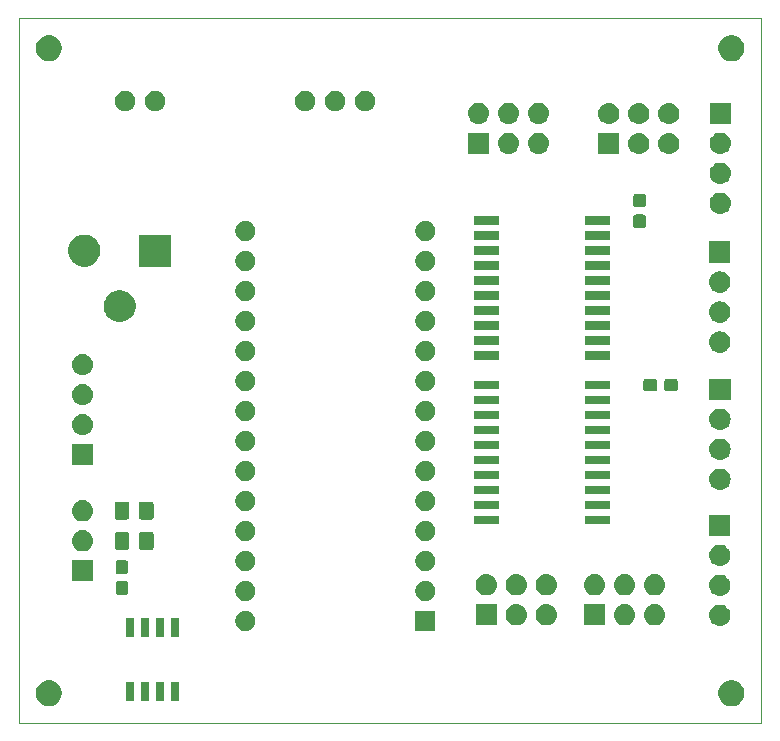
<source format=gbr>
G04 #@! TF.GenerationSoftware,KiCad,Pcbnew,5.1.2*
G04 #@! TF.CreationDate,2019-05-12T19:07:36-07:00*
G04 #@! TF.ProjectId,dashboard_shield,64617368-626f-4617-9264-5f736869656c,rev?*
G04 #@! TF.SameCoordinates,Original*
G04 #@! TF.FileFunction,Soldermask,Top*
G04 #@! TF.FilePolarity,Negative*
%FSLAX46Y46*%
G04 Gerber Fmt 4.6, Leading zero omitted, Abs format (unit mm)*
G04 Created by KiCad (PCBNEW 5.1.2) date 2019-05-12 19:07:36*
%MOMM*%
%LPD*%
G04 APERTURE LIST*
%ADD10C,0.050000*%
%ADD11C,0.100000*%
G04 APERTURE END LIST*
D10*
X158115000Y-121920000D02*
X158115000Y-62230000D01*
X220980000Y-121920000D02*
X158115000Y-121920000D01*
X220980000Y-62230000D02*
X220980000Y-121920000D01*
X158115000Y-62230000D02*
X220980000Y-62230000D01*
D11*
G36*
X218654794Y-118300155D02*
G01*
X218761150Y-118321311D01*
X218861334Y-118362809D01*
X218961520Y-118404307D01*
X219141844Y-118524795D01*
X219295205Y-118678156D01*
X219415693Y-118858480D01*
X219498689Y-119058851D01*
X219541000Y-119271560D01*
X219541000Y-119488440D01*
X219498689Y-119701149D01*
X219415693Y-119901520D01*
X219295205Y-120081844D01*
X219141844Y-120235205D01*
X218961520Y-120355693D01*
X218761150Y-120438689D01*
X218654795Y-120459844D01*
X218548440Y-120481000D01*
X218331560Y-120481000D01*
X218225205Y-120459844D01*
X218118850Y-120438689D01*
X217918480Y-120355693D01*
X217738156Y-120235205D01*
X217584795Y-120081844D01*
X217464307Y-119901520D01*
X217381311Y-119701149D01*
X217339000Y-119488440D01*
X217339000Y-119271560D01*
X217381311Y-119058851D01*
X217464307Y-118858480D01*
X217584795Y-118678156D01*
X217738156Y-118524795D01*
X217918480Y-118404307D01*
X218018666Y-118362809D01*
X218118850Y-118321311D01*
X218225206Y-118300155D01*
X218331560Y-118279000D01*
X218548440Y-118279000D01*
X218654794Y-118300155D01*
X218654794Y-118300155D01*
G37*
G36*
X160869794Y-118300155D02*
G01*
X160976150Y-118321311D01*
X161076334Y-118362809D01*
X161176520Y-118404307D01*
X161356844Y-118524795D01*
X161510205Y-118678156D01*
X161630693Y-118858480D01*
X161713689Y-119058851D01*
X161756000Y-119271560D01*
X161756000Y-119488440D01*
X161713689Y-119701149D01*
X161630693Y-119901520D01*
X161510205Y-120081844D01*
X161356844Y-120235205D01*
X161176520Y-120355693D01*
X160976150Y-120438689D01*
X160869795Y-120459844D01*
X160763440Y-120481000D01*
X160546560Y-120481000D01*
X160440205Y-120459844D01*
X160333850Y-120438689D01*
X160133480Y-120355693D01*
X159953156Y-120235205D01*
X159799795Y-120081844D01*
X159679307Y-119901520D01*
X159596311Y-119701149D01*
X159554000Y-119488440D01*
X159554000Y-119271560D01*
X159596311Y-119058851D01*
X159679307Y-118858480D01*
X159799795Y-118678156D01*
X159953156Y-118524795D01*
X160133480Y-118404307D01*
X160233666Y-118362809D01*
X160333850Y-118321311D01*
X160440206Y-118300155D01*
X160546560Y-118279000D01*
X160763440Y-118279000D01*
X160869794Y-118300155D01*
X160869794Y-118300155D01*
G37*
G36*
X169159400Y-120061200D02*
G01*
X168457400Y-120061200D01*
X168457400Y-118409200D01*
X169159400Y-118409200D01*
X169159400Y-120061200D01*
X169159400Y-120061200D01*
G37*
G36*
X167889400Y-120061200D02*
G01*
X167187400Y-120061200D01*
X167187400Y-118409200D01*
X167889400Y-118409200D01*
X167889400Y-120061200D01*
X167889400Y-120061200D01*
G37*
G36*
X170429400Y-120061200D02*
G01*
X169727400Y-120061200D01*
X169727400Y-118409200D01*
X170429400Y-118409200D01*
X170429400Y-120061200D01*
X170429400Y-120061200D01*
G37*
G36*
X171699400Y-120061200D02*
G01*
X170997400Y-120061200D01*
X170997400Y-118409200D01*
X171699400Y-118409200D01*
X171699400Y-120061200D01*
X171699400Y-120061200D01*
G37*
G36*
X171699400Y-114661200D02*
G01*
X170997400Y-114661200D01*
X170997400Y-113009200D01*
X171699400Y-113009200D01*
X171699400Y-114661200D01*
X171699400Y-114661200D01*
G37*
G36*
X167889400Y-114661200D02*
G01*
X167187400Y-114661200D01*
X167187400Y-113009200D01*
X167889400Y-113009200D01*
X167889400Y-114661200D01*
X167889400Y-114661200D01*
G37*
G36*
X169159400Y-114661200D02*
G01*
X168457400Y-114661200D01*
X168457400Y-113009200D01*
X169159400Y-113009200D01*
X169159400Y-114661200D01*
X169159400Y-114661200D01*
G37*
G36*
X170429400Y-114661200D02*
G01*
X169727400Y-114661200D01*
X169727400Y-113009200D01*
X170429400Y-113009200D01*
X170429400Y-114661200D01*
X170429400Y-114661200D01*
G37*
G36*
X193383000Y-114135000D02*
G01*
X191681000Y-114135000D01*
X191681000Y-112433000D01*
X193383000Y-112433000D01*
X193383000Y-114135000D01*
X193383000Y-114135000D01*
G37*
G36*
X177540228Y-112465703D02*
G01*
X177695100Y-112529853D01*
X177834481Y-112622985D01*
X177953015Y-112741519D01*
X178046147Y-112880900D01*
X178110297Y-113035772D01*
X178143000Y-113200184D01*
X178143000Y-113367816D01*
X178110297Y-113532228D01*
X178046147Y-113687100D01*
X177953015Y-113826481D01*
X177834481Y-113945015D01*
X177695100Y-114038147D01*
X177540228Y-114102297D01*
X177375816Y-114135000D01*
X177208184Y-114135000D01*
X177043772Y-114102297D01*
X176888900Y-114038147D01*
X176749519Y-113945015D01*
X176630985Y-113826481D01*
X176537853Y-113687100D01*
X176473703Y-113532228D01*
X176441000Y-113367816D01*
X176441000Y-113200184D01*
X176473703Y-113035772D01*
X176537853Y-112880900D01*
X176630985Y-112741519D01*
X176749519Y-112622985D01*
X176888900Y-112529853D01*
X177043772Y-112465703D01*
X177208184Y-112433000D01*
X177375816Y-112433000D01*
X177540228Y-112465703D01*
X177540228Y-112465703D01*
G37*
G36*
X217559843Y-111906919D02*
G01*
X217626027Y-111913437D01*
X217795866Y-111964957D01*
X217952391Y-112048622D01*
X217988129Y-112077952D01*
X218089586Y-112161214D01*
X218160487Y-112247609D01*
X218202178Y-112298409D01*
X218285843Y-112454934D01*
X218337363Y-112624773D01*
X218354759Y-112801400D01*
X218337363Y-112978027D01*
X218285843Y-113147866D01*
X218202178Y-113304391D01*
X218172848Y-113340129D01*
X218089586Y-113441586D01*
X217988129Y-113524848D01*
X217952391Y-113554178D01*
X217795866Y-113637843D01*
X217626027Y-113689363D01*
X217559843Y-113695881D01*
X217493660Y-113702400D01*
X217405140Y-113702400D01*
X217338957Y-113695881D01*
X217272773Y-113689363D01*
X217102934Y-113637843D01*
X216946409Y-113554178D01*
X216910671Y-113524848D01*
X216809214Y-113441586D01*
X216725952Y-113340129D01*
X216696622Y-113304391D01*
X216612957Y-113147866D01*
X216561437Y-112978027D01*
X216544041Y-112801400D01*
X216561437Y-112624773D01*
X216612957Y-112454934D01*
X216696622Y-112298409D01*
X216738313Y-112247609D01*
X216809214Y-112161214D01*
X216910671Y-112077952D01*
X216946409Y-112048622D01*
X217102934Y-111964957D01*
X217272773Y-111913437D01*
X217338957Y-111906919D01*
X217405140Y-111900400D01*
X217493660Y-111900400D01*
X217559843Y-111906919D01*
X217559843Y-111906919D01*
G37*
G36*
X202878642Y-111856118D02*
G01*
X202944827Y-111862637D01*
X203114666Y-111914157D01*
X203271191Y-111997822D01*
X203306929Y-112027152D01*
X203408386Y-112110414D01*
X203491648Y-112211871D01*
X203520978Y-112247609D01*
X203604643Y-112404134D01*
X203656163Y-112573973D01*
X203673559Y-112750600D01*
X203656163Y-112927227D01*
X203604643Y-113097066D01*
X203520978Y-113253591D01*
X203491648Y-113289329D01*
X203408386Y-113390786D01*
X203306929Y-113474048D01*
X203271191Y-113503378D01*
X203114666Y-113587043D01*
X202944827Y-113638563D01*
X202878642Y-113645082D01*
X202812460Y-113651600D01*
X202723940Y-113651600D01*
X202657758Y-113645082D01*
X202591573Y-113638563D01*
X202421734Y-113587043D01*
X202265209Y-113503378D01*
X202229471Y-113474048D01*
X202128014Y-113390786D01*
X202044752Y-113289329D01*
X202015422Y-113253591D01*
X201931757Y-113097066D01*
X201880237Y-112927227D01*
X201862841Y-112750600D01*
X201880237Y-112573973D01*
X201931757Y-112404134D01*
X202015422Y-112247609D01*
X202044752Y-112211871D01*
X202128014Y-112110414D01*
X202229471Y-112027152D01*
X202265209Y-111997822D01*
X202421734Y-111914157D01*
X202591573Y-111862637D01*
X202657758Y-111856118D01*
X202723940Y-111849600D01*
X202812460Y-111849600D01*
X202878642Y-111856118D01*
X202878642Y-111856118D01*
G37*
G36*
X200338642Y-111856118D02*
G01*
X200404827Y-111862637D01*
X200574666Y-111914157D01*
X200731191Y-111997822D01*
X200766929Y-112027152D01*
X200868386Y-112110414D01*
X200951648Y-112211871D01*
X200980978Y-112247609D01*
X201064643Y-112404134D01*
X201116163Y-112573973D01*
X201133559Y-112750600D01*
X201116163Y-112927227D01*
X201064643Y-113097066D01*
X200980978Y-113253591D01*
X200951648Y-113289329D01*
X200868386Y-113390786D01*
X200766929Y-113474048D01*
X200731191Y-113503378D01*
X200574666Y-113587043D01*
X200404827Y-113638563D01*
X200338642Y-113645082D01*
X200272460Y-113651600D01*
X200183940Y-113651600D01*
X200117758Y-113645082D01*
X200051573Y-113638563D01*
X199881734Y-113587043D01*
X199725209Y-113503378D01*
X199689471Y-113474048D01*
X199588014Y-113390786D01*
X199504752Y-113289329D01*
X199475422Y-113253591D01*
X199391757Y-113097066D01*
X199340237Y-112927227D01*
X199322841Y-112750600D01*
X199340237Y-112573973D01*
X199391757Y-112404134D01*
X199475422Y-112247609D01*
X199504752Y-112211871D01*
X199588014Y-112110414D01*
X199689471Y-112027152D01*
X199725209Y-111997822D01*
X199881734Y-111914157D01*
X200051573Y-111862637D01*
X200117758Y-111856118D01*
X200183940Y-111849600D01*
X200272460Y-111849600D01*
X200338642Y-111856118D01*
X200338642Y-111856118D01*
G37*
G36*
X207758600Y-113651600D02*
G01*
X205956600Y-113651600D01*
X205956600Y-111849600D01*
X207758600Y-111849600D01*
X207758600Y-113651600D01*
X207758600Y-113651600D01*
G37*
G36*
X209508042Y-111856118D02*
G01*
X209574227Y-111862637D01*
X209744066Y-111914157D01*
X209900591Y-111997822D01*
X209936329Y-112027152D01*
X210037786Y-112110414D01*
X210121048Y-112211871D01*
X210150378Y-112247609D01*
X210234043Y-112404134D01*
X210285563Y-112573973D01*
X210302959Y-112750600D01*
X210285563Y-112927227D01*
X210234043Y-113097066D01*
X210150378Y-113253591D01*
X210121048Y-113289329D01*
X210037786Y-113390786D01*
X209936329Y-113474048D01*
X209900591Y-113503378D01*
X209744066Y-113587043D01*
X209574227Y-113638563D01*
X209508042Y-113645082D01*
X209441860Y-113651600D01*
X209353340Y-113651600D01*
X209287158Y-113645082D01*
X209220973Y-113638563D01*
X209051134Y-113587043D01*
X208894609Y-113503378D01*
X208858871Y-113474048D01*
X208757414Y-113390786D01*
X208674152Y-113289329D01*
X208644822Y-113253591D01*
X208561157Y-113097066D01*
X208509637Y-112927227D01*
X208492241Y-112750600D01*
X208509637Y-112573973D01*
X208561157Y-112404134D01*
X208644822Y-112247609D01*
X208674152Y-112211871D01*
X208757414Y-112110414D01*
X208858871Y-112027152D01*
X208894609Y-111997822D01*
X209051134Y-111914157D01*
X209220973Y-111862637D01*
X209287158Y-111856118D01*
X209353340Y-111849600D01*
X209441860Y-111849600D01*
X209508042Y-111856118D01*
X209508042Y-111856118D01*
G37*
G36*
X212048042Y-111856118D02*
G01*
X212114227Y-111862637D01*
X212284066Y-111914157D01*
X212440591Y-111997822D01*
X212476329Y-112027152D01*
X212577786Y-112110414D01*
X212661048Y-112211871D01*
X212690378Y-112247609D01*
X212774043Y-112404134D01*
X212825563Y-112573973D01*
X212842959Y-112750600D01*
X212825563Y-112927227D01*
X212774043Y-113097066D01*
X212690378Y-113253591D01*
X212661048Y-113289329D01*
X212577786Y-113390786D01*
X212476329Y-113474048D01*
X212440591Y-113503378D01*
X212284066Y-113587043D01*
X212114227Y-113638563D01*
X212048042Y-113645082D01*
X211981860Y-113651600D01*
X211893340Y-113651600D01*
X211827158Y-113645082D01*
X211760973Y-113638563D01*
X211591134Y-113587043D01*
X211434609Y-113503378D01*
X211398871Y-113474048D01*
X211297414Y-113390786D01*
X211214152Y-113289329D01*
X211184822Y-113253591D01*
X211101157Y-113097066D01*
X211049637Y-112927227D01*
X211032241Y-112750600D01*
X211049637Y-112573973D01*
X211101157Y-112404134D01*
X211184822Y-112247609D01*
X211214152Y-112211871D01*
X211297414Y-112110414D01*
X211398871Y-112027152D01*
X211434609Y-111997822D01*
X211591134Y-111914157D01*
X211760973Y-111862637D01*
X211827158Y-111856118D01*
X211893340Y-111849600D01*
X211981860Y-111849600D01*
X212048042Y-111856118D01*
X212048042Y-111856118D01*
G37*
G36*
X198589200Y-113651600D02*
G01*
X196787200Y-113651600D01*
X196787200Y-111849600D01*
X198589200Y-111849600D01*
X198589200Y-113651600D01*
X198589200Y-113651600D01*
G37*
G36*
X192780228Y-109925703D02*
G01*
X192935100Y-109989853D01*
X193074481Y-110082985D01*
X193193015Y-110201519D01*
X193286147Y-110340900D01*
X193350297Y-110495772D01*
X193383000Y-110660184D01*
X193383000Y-110827816D01*
X193350297Y-110992228D01*
X193286147Y-111147100D01*
X193193015Y-111286481D01*
X193074481Y-111405015D01*
X192935100Y-111498147D01*
X192780228Y-111562297D01*
X192615816Y-111595000D01*
X192448184Y-111595000D01*
X192283772Y-111562297D01*
X192128900Y-111498147D01*
X191989519Y-111405015D01*
X191870985Y-111286481D01*
X191777853Y-111147100D01*
X191713703Y-110992228D01*
X191681000Y-110827816D01*
X191681000Y-110660184D01*
X191713703Y-110495772D01*
X191777853Y-110340900D01*
X191870985Y-110201519D01*
X191989519Y-110082985D01*
X192128900Y-109989853D01*
X192283772Y-109925703D01*
X192448184Y-109893000D01*
X192615816Y-109893000D01*
X192780228Y-109925703D01*
X192780228Y-109925703D01*
G37*
G36*
X177540228Y-109925703D02*
G01*
X177695100Y-109989853D01*
X177834481Y-110082985D01*
X177953015Y-110201519D01*
X178046147Y-110340900D01*
X178110297Y-110495772D01*
X178143000Y-110660184D01*
X178143000Y-110827816D01*
X178110297Y-110992228D01*
X178046147Y-111147100D01*
X177953015Y-111286481D01*
X177834481Y-111405015D01*
X177695100Y-111498147D01*
X177540228Y-111562297D01*
X177375816Y-111595000D01*
X177208184Y-111595000D01*
X177043772Y-111562297D01*
X176888900Y-111498147D01*
X176749519Y-111405015D01*
X176630985Y-111286481D01*
X176537853Y-111147100D01*
X176473703Y-110992228D01*
X176441000Y-110827816D01*
X176441000Y-110660184D01*
X176473703Y-110495772D01*
X176537853Y-110340900D01*
X176630985Y-110201519D01*
X176749519Y-110082985D01*
X176888900Y-109989853D01*
X177043772Y-109925703D01*
X177208184Y-109893000D01*
X177375816Y-109893000D01*
X177540228Y-109925703D01*
X177540228Y-109925703D01*
G37*
G36*
X217559842Y-109366918D02*
G01*
X217626027Y-109373437D01*
X217795866Y-109424957D01*
X217952391Y-109508622D01*
X217988129Y-109537952D01*
X218089586Y-109621214D01*
X218160487Y-109707609D01*
X218202178Y-109758409D01*
X218202179Y-109758411D01*
X218280562Y-109905053D01*
X218285843Y-109914934D01*
X218337363Y-110084773D01*
X218354759Y-110261400D01*
X218337363Y-110438027D01*
X218285843Y-110607866D01*
X218202178Y-110764391D01*
X218181982Y-110789000D01*
X218089586Y-110901586D01*
X218000167Y-110974969D01*
X217952391Y-111014178D01*
X217795866Y-111097843D01*
X217626027Y-111149363D01*
X217559843Y-111155881D01*
X217493660Y-111162400D01*
X217405140Y-111162400D01*
X217338957Y-111155881D01*
X217272773Y-111149363D01*
X217102934Y-111097843D01*
X216946409Y-111014178D01*
X216898633Y-110974969D01*
X216809214Y-110901586D01*
X216716818Y-110789000D01*
X216696622Y-110764391D01*
X216612957Y-110607866D01*
X216561437Y-110438027D01*
X216544041Y-110261400D01*
X216561437Y-110084773D01*
X216612957Y-109914934D01*
X216618239Y-109905053D01*
X216696621Y-109758411D01*
X216696622Y-109758409D01*
X216738313Y-109707609D01*
X216809214Y-109621214D01*
X216910671Y-109537952D01*
X216946409Y-109508622D01*
X217102934Y-109424957D01*
X217272773Y-109373437D01*
X217338958Y-109366918D01*
X217405140Y-109360400D01*
X217493660Y-109360400D01*
X217559842Y-109366918D01*
X217559842Y-109366918D01*
G37*
G36*
X206968043Y-109316119D02*
G01*
X207034227Y-109322637D01*
X207204066Y-109374157D01*
X207360591Y-109457822D01*
X207396329Y-109487152D01*
X207497786Y-109570414D01*
X207581048Y-109671871D01*
X207610378Y-109707609D01*
X207694043Y-109864134D01*
X207745563Y-110033973D01*
X207762959Y-110210600D01*
X207745563Y-110387227D01*
X207694043Y-110557066D01*
X207610378Y-110713591D01*
X207581048Y-110749329D01*
X207497786Y-110850786D01*
X207403705Y-110927995D01*
X207360591Y-110963378D01*
X207204066Y-111047043D01*
X207034227Y-111098563D01*
X206968042Y-111105082D01*
X206901860Y-111111600D01*
X206813340Y-111111600D01*
X206747158Y-111105082D01*
X206680973Y-111098563D01*
X206511134Y-111047043D01*
X206354609Y-110963378D01*
X206311495Y-110927995D01*
X206217414Y-110850786D01*
X206134152Y-110749329D01*
X206104822Y-110713591D01*
X206021157Y-110557066D01*
X205969637Y-110387227D01*
X205952241Y-110210600D01*
X205969637Y-110033973D01*
X206021157Y-109864134D01*
X206104822Y-109707609D01*
X206134152Y-109671871D01*
X206217414Y-109570414D01*
X206318871Y-109487152D01*
X206354609Y-109457822D01*
X206511134Y-109374157D01*
X206680973Y-109322637D01*
X206747157Y-109316119D01*
X206813340Y-109309600D01*
X206901860Y-109309600D01*
X206968043Y-109316119D01*
X206968043Y-109316119D01*
G37*
G36*
X212048043Y-109316119D02*
G01*
X212114227Y-109322637D01*
X212284066Y-109374157D01*
X212440591Y-109457822D01*
X212476329Y-109487152D01*
X212577786Y-109570414D01*
X212661048Y-109671871D01*
X212690378Y-109707609D01*
X212774043Y-109864134D01*
X212825563Y-110033973D01*
X212842959Y-110210600D01*
X212825563Y-110387227D01*
X212774043Y-110557066D01*
X212690378Y-110713591D01*
X212661048Y-110749329D01*
X212577786Y-110850786D01*
X212483705Y-110927995D01*
X212440591Y-110963378D01*
X212284066Y-111047043D01*
X212114227Y-111098563D01*
X212048042Y-111105082D01*
X211981860Y-111111600D01*
X211893340Y-111111600D01*
X211827158Y-111105082D01*
X211760973Y-111098563D01*
X211591134Y-111047043D01*
X211434609Y-110963378D01*
X211391495Y-110927995D01*
X211297414Y-110850786D01*
X211214152Y-110749329D01*
X211184822Y-110713591D01*
X211101157Y-110557066D01*
X211049637Y-110387227D01*
X211032241Y-110210600D01*
X211049637Y-110033973D01*
X211101157Y-109864134D01*
X211184822Y-109707609D01*
X211214152Y-109671871D01*
X211297414Y-109570414D01*
X211398871Y-109487152D01*
X211434609Y-109457822D01*
X211591134Y-109374157D01*
X211760973Y-109322637D01*
X211827157Y-109316119D01*
X211893340Y-109309600D01*
X211981860Y-109309600D01*
X212048043Y-109316119D01*
X212048043Y-109316119D01*
G37*
G36*
X197798643Y-109316119D02*
G01*
X197864827Y-109322637D01*
X198034666Y-109374157D01*
X198191191Y-109457822D01*
X198226929Y-109487152D01*
X198328386Y-109570414D01*
X198411648Y-109671871D01*
X198440978Y-109707609D01*
X198524643Y-109864134D01*
X198576163Y-110033973D01*
X198593559Y-110210600D01*
X198576163Y-110387227D01*
X198524643Y-110557066D01*
X198440978Y-110713591D01*
X198411648Y-110749329D01*
X198328386Y-110850786D01*
X198234305Y-110927995D01*
X198191191Y-110963378D01*
X198034666Y-111047043D01*
X197864827Y-111098563D01*
X197798642Y-111105082D01*
X197732460Y-111111600D01*
X197643940Y-111111600D01*
X197577758Y-111105082D01*
X197511573Y-111098563D01*
X197341734Y-111047043D01*
X197185209Y-110963378D01*
X197142095Y-110927995D01*
X197048014Y-110850786D01*
X196964752Y-110749329D01*
X196935422Y-110713591D01*
X196851757Y-110557066D01*
X196800237Y-110387227D01*
X196782841Y-110210600D01*
X196800237Y-110033973D01*
X196851757Y-109864134D01*
X196935422Y-109707609D01*
X196964752Y-109671871D01*
X197048014Y-109570414D01*
X197149471Y-109487152D01*
X197185209Y-109457822D01*
X197341734Y-109374157D01*
X197511573Y-109322637D01*
X197577757Y-109316119D01*
X197643940Y-109309600D01*
X197732460Y-109309600D01*
X197798643Y-109316119D01*
X197798643Y-109316119D01*
G37*
G36*
X209508043Y-109316119D02*
G01*
X209574227Y-109322637D01*
X209744066Y-109374157D01*
X209900591Y-109457822D01*
X209936329Y-109487152D01*
X210037786Y-109570414D01*
X210121048Y-109671871D01*
X210150378Y-109707609D01*
X210234043Y-109864134D01*
X210285563Y-110033973D01*
X210302959Y-110210600D01*
X210285563Y-110387227D01*
X210234043Y-110557066D01*
X210150378Y-110713591D01*
X210121048Y-110749329D01*
X210037786Y-110850786D01*
X209943705Y-110927995D01*
X209900591Y-110963378D01*
X209744066Y-111047043D01*
X209574227Y-111098563D01*
X209508042Y-111105082D01*
X209441860Y-111111600D01*
X209353340Y-111111600D01*
X209287158Y-111105082D01*
X209220973Y-111098563D01*
X209051134Y-111047043D01*
X208894609Y-110963378D01*
X208851495Y-110927995D01*
X208757414Y-110850786D01*
X208674152Y-110749329D01*
X208644822Y-110713591D01*
X208561157Y-110557066D01*
X208509637Y-110387227D01*
X208492241Y-110210600D01*
X208509637Y-110033973D01*
X208561157Y-109864134D01*
X208644822Y-109707609D01*
X208674152Y-109671871D01*
X208757414Y-109570414D01*
X208858871Y-109487152D01*
X208894609Y-109457822D01*
X209051134Y-109374157D01*
X209220973Y-109322637D01*
X209287157Y-109316119D01*
X209353340Y-109309600D01*
X209441860Y-109309600D01*
X209508043Y-109316119D01*
X209508043Y-109316119D01*
G37*
G36*
X200338643Y-109316119D02*
G01*
X200404827Y-109322637D01*
X200574666Y-109374157D01*
X200731191Y-109457822D01*
X200766929Y-109487152D01*
X200868386Y-109570414D01*
X200951648Y-109671871D01*
X200980978Y-109707609D01*
X201064643Y-109864134D01*
X201116163Y-110033973D01*
X201133559Y-110210600D01*
X201116163Y-110387227D01*
X201064643Y-110557066D01*
X200980978Y-110713591D01*
X200951648Y-110749329D01*
X200868386Y-110850786D01*
X200774305Y-110927995D01*
X200731191Y-110963378D01*
X200574666Y-111047043D01*
X200404827Y-111098563D01*
X200338642Y-111105082D01*
X200272460Y-111111600D01*
X200183940Y-111111600D01*
X200117758Y-111105082D01*
X200051573Y-111098563D01*
X199881734Y-111047043D01*
X199725209Y-110963378D01*
X199682095Y-110927995D01*
X199588014Y-110850786D01*
X199504752Y-110749329D01*
X199475422Y-110713591D01*
X199391757Y-110557066D01*
X199340237Y-110387227D01*
X199322841Y-110210600D01*
X199340237Y-110033973D01*
X199391757Y-109864134D01*
X199475422Y-109707609D01*
X199504752Y-109671871D01*
X199588014Y-109570414D01*
X199689471Y-109487152D01*
X199725209Y-109457822D01*
X199881734Y-109374157D01*
X200051573Y-109322637D01*
X200117757Y-109316119D01*
X200183940Y-109309600D01*
X200272460Y-109309600D01*
X200338643Y-109316119D01*
X200338643Y-109316119D01*
G37*
G36*
X202878643Y-109316119D02*
G01*
X202944827Y-109322637D01*
X203114666Y-109374157D01*
X203271191Y-109457822D01*
X203306929Y-109487152D01*
X203408386Y-109570414D01*
X203491648Y-109671871D01*
X203520978Y-109707609D01*
X203604643Y-109864134D01*
X203656163Y-110033973D01*
X203673559Y-110210600D01*
X203656163Y-110387227D01*
X203604643Y-110557066D01*
X203520978Y-110713591D01*
X203491648Y-110749329D01*
X203408386Y-110850786D01*
X203314305Y-110927995D01*
X203271191Y-110963378D01*
X203114666Y-111047043D01*
X202944827Y-111098563D01*
X202878642Y-111105082D01*
X202812460Y-111111600D01*
X202723940Y-111111600D01*
X202657758Y-111105082D01*
X202591573Y-111098563D01*
X202421734Y-111047043D01*
X202265209Y-110963378D01*
X202222095Y-110927995D01*
X202128014Y-110850786D01*
X202044752Y-110749329D01*
X202015422Y-110713591D01*
X201931757Y-110557066D01*
X201880237Y-110387227D01*
X201862841Y-110210600D01*
X201880237Y-110033973D01*
X201931757Y-109864134D01*
X202015422Y-109707609D01*
X202044752Y-109671871D01*
X202128014Y-109570414D01*
X202229471Y-109487152D01*
X202265209Y-109457822D01*
X202421734Y-109374157D01*
X202591573Y-109322637D01*
X202657757Y-109316119D01*
X202723940Y-109309600D01*
X202812460Y-109309600D01*
X202878643Y-109316119D01*
X202878643Y-109316119D01*
G37*
G36*
X167191699Y-109904445D02*
G01*
X167229195Y-109915820D01*
X167263754Y-109934292D01*
X167294047Y-109959153D01*
X167318908Y-109989446D01*
X167337380Y-110024005D01*
X167348755Y-110061501D01*
X167353200Y-110106638D01*
X167353200Y-110845362D01*
X167348755Y-110890499D01*
X167337380Y-110927995D01*
X167318908Y-110962554D01*
X167294047Y-110992847D01*
X167263754Y-111017708D01*
X167229195Y-111036180D01*
X167191699Y-111047555D01*
X167146562Y-111052000D01*
X166507838Y-111052000D01*
X166462701Y-111047555D01*
X166425205Y-111036180D01*
X166390646Y-111017708D01*
X166360353Y-110992847D01*
X166335492Y-110962554D01*
X166317020Y-110927995D01*
X166305645Y-110890499D01*
X166301200Y-110845362D01*
X166301200Y-110106638D01*
X166305645Y-110061501D01*
X166317020Y-110024005D01*
X166335492Y-109989446D01*
X166360353Y-109959153D01*
X166390646Y-109934292D01*
X166425205Y-109915820D01*
X166462701Y-109904445D01*
X166507838Y-109900000D01*
X167146562Y-109900000D01*
X167191699Y-109904445D01*
X167191699Y-109904445D01*
G37*
G36*
X164400800Y-109917800D02*
G01*
X162598800Y-109917800D01*
X162598800Y-108115800D01*
X164400800Y-108115800D01*
X164400800Y-109917800D01*
X164400800Y-109917800D01*
G37*
G36*
X167191699Y-108154445D02*
G01*
X167229195Y-108165820D01*
X167263754Y-108184292D01*
X167294047Y-108209153D01*
X167318908Y-108239446D01*
X167337380Y-108274005D01*
X167348755Y-108311501D01*
X167353200Y-108356638D01*
X167353200Y-109095362D01*
X167348755Y-109140499D01*
X167337380Y-109177995D01*
X167318908Y-109212554D01*
X167294047Y-109242847D01*
X167263754Y-109267708D01*
X167229195Y-109286180D01*
X167191699Y-109297555D01*
X167146562Y-109302000D01*
X166507838Y-109302000D01*
X166462701Y-109297555D01*
X166425205Y-109286180D01*
X166390646Y-109267708D01*
X166360353Y-109242847D01*
X166335492Y-109212554D01*
X166317020Y-109177995D01*
X166305645Y-109140499D01*
X166301200Y-109095362D01*
X166301200Y-108356638D01*
X166305645Y-108311501D01*
X166317020Y-108274005D01*
X166335492Y-108239446D01*
X166360353Y-108209153D01*
X166390646Y-108184292D01*
X166425205Y-108165820D01*
X166462701Y-108154445D01*
X166507838Y-108150000D01*
X167146562Y-108150000D01*
X167191699Y-108154445D01*
X167191699Y-108154445D01*
G37*
G36*
X192780228Y-107385703D02*
G01*
X192935100Y-107449853D01*
X193074481Y-107542985D01*
X193193015Y-107661519D01*
X193286147Y-107800900D01*
X193350297Y-107955772D01*
X193383000Y-108120184D01*
X193383000Y-108287816D01*
X193350297Y-108452228D01*
X193286147Y-108607100D01*
X193193015Y-108746481D01*
X193074481Y-108865015D01*
X192935100Y-108958147D01*
X192780228Y-109022297D01*
X192615816Y-109055000D01*
X192448184Y-109055000D01*
X192283772Y-109022297D01*
X192128900Y-108958147D01*
X191989519Y-108865015D01*
X191870985Y-108746481D01*
X191777853Y-108607100D01*
X191713703Y-108452228D01*
X191681000Y-108287816D01*
X191681000Y-108120184D01*
X191713703Y-107955772D01*
X191777853Y-107800900D01*
X191870985Y-107661519D01*
X191989519Y-107542985D01*
X192128900Y-107449853D01*
X192283772Y-107385703D01*
X192448184Y-107353000D01*
X192615816Y-107353000D01*
X192780228Y-107385703D01*
X192780228Y-107385703D01*
G37*
G36*
X177540228Y-107385703D02*
G01*
X177695100Y-107449853D01*
X177834481Y-107542985D01*
X177953015Y-107661519D01*
X178046147Y-107800900D01*
X178110297Y-107955772D01*
X178143000Y-108120184D01*
X178143000Y-108287816D01*
X178110297Y-108452228D01*
X178046147Y-108607100D01*
X177953015Y-108746481D01*
X177834481Y-108865015D01*
X177695100Y-108958147D01*
X177540228Y-109022297D01*
X177375816Y-109055000D01*
X177208184Y-109055000D01*
X177043772Y-109022297D01*
X176888900Y-108958147D01*
X176749519Y-108865015D01*
X176630985Y-108746481D01*
X176537853Y-108607100D01*
X176473703Y-108452228D01*
X176441000Y-108287816D01*
X176441000Y-108120184D01*
X176473703Y-107955772D01*
X176537853Y-107800900D01*
X176630985Y-107661519D01*
X176749519Y-107542985D01*
X176888900Y-107449853D01*
X177043772Y-107385703D01*
X177208184Y-107353000D01*
X177375816Y-107353000D01*
X177540228Y-107385703D01*
X177540228Y-107385703D01*
G37*
G36*
X217559842Y-106826918D02*
G01*
X217626027Y-106833437D01*
X217795866Y-106884957D01*
X217952391Y-106968622D01*
X217966000Y-106979791D01*
X218089586Y-107081214D01*
X218165307Y-107173482D01*
X218202178Y-107218409D01*
X218209700Y-107232482D01*
X218280407Y-107364763D01*
X218285843Y-107374934D01*
X218337363Y-107544773D01*
X218354759Y-107721400D01*
X218337363Y-107898027D01*
X218285843Y-108067866D01*
X218202178Y-108224391D01*
X218172848Y-108260129D01*
X218089586Y-108361586D01*
X217988129Y-108444848D01*
X217952391Y-108474178D01*
X217795866Y-108557843D01*
X217626027Y-108609363D01*
X217559843Y-108615881D01*
X217493660Y-108622400D01*
X217405140Y-108622400D01*
X217338957Y-108615881D01*
X217272773Y-108609363D01*
X217102934Y-108557843D01*
X216946409Y-108474178D01*
X216910671Y-108444848D01*
X216809214Y-108361586D01*
X216725952Y-108260129D01*
X216696622Y-108224391D01*
X216612957Y-108067866D01*
X216561437Y-107898027D01*
X216544041Y-107721400D01*
X216561437Y-107544773D01*
X216612957Y-107374934D01*
X216618394Y-107364763D01*
X216689100Y-107232482D01*
X216696622Y-107218409D01*
X216733493Y-107173482D01*
X216809214Y-107081214D01*
X216932800Y-106979791D01*
X216946409Y-106968622D01*
X217102934Y-106884957D01*
X217272773Y-106833437D01*
X217338958Y-106826918D01*
X217405140Y-106820400D01*
X217493660Y-106820400D01*
X217559842Y-106826918D01*
X217559842Y-106826918D01*
G37*
G36*
X163610242Y-105582318D02*
G01*
X163676427Y-105588837D01*
X163846266Y-105640357D01*
X164002791Y-105724022D01*
X164031783Y-105747815D01*
X164139986Y-105836614D01*
X164223248Y-105938071D01*
X164252578Y-105973809D01*
X164336243Y-106130334D01*
X164387763Y-106300173D01*
X164405159Y-106476800D01*
X164387763Y-106653427D01*
X164337112Y-106820400D01*
X164336242Y-106823268D01*
X164303268Y-106884957D01*
X164252578Y-106979791D01*
X164223248Y-107015529D01*
X164139986Y-107116986D01*
X164071144Y-107173482D01*
X164002791Y-107229578D01*
X163846266Y-107313243D01*
X163676427Y-107364763D01*
X163610242Y-107371282D01*
X163544060Y-107377800D01*
X163455540Y-107377800D01*
X163389358Y-107371282D01*
X163323173Y-107364763D01*
X163153334Y-107313243D01*
X162996809Y-107229578D01*
X162928456Y-107173482D01*
X162859614Y-107116986D01*
X162776352Y-107015529D01*
X162747022Y-106979791D01*
X162696332Y-106884957D01*
X162663358Y-106823268D01*
X162662488Y-106820400D01*
X162611837Y-106653427D01*
X162594441Y-106476800D01*
X162611837Y-106300173D01*
X162663357Y-106130334D01*
X162747022Y-105973809D01*
X162776352Y-105938071D01*
X162859614Y-105836614D01*
X162967817Y-105747815D01*
X162996809Y-105724022D01*
X163153334Y-105640357D01*
X163323173Y-105588837D01*
X163389358Y-105582318D01*
X163455540Y-105575800D01*
X163544060Y-105575800D01*
X163610242Y-105582318D01*
X163610242Y-105582318D01*
G37*
G36*
X169357274Y-105755665D02*
G01*
X169394967Y-105767099D01*
X169429703Y-105785666D01*
X169460148Y-105810652D01*
X169485134Y-105841097D01*
X169503701Y-105875833D01*
X169515135Y-105913526D01*
X169519600Y-105958861D01*
X169519600Y-107045539D01*
X169515135Y-107090874D01*
X169503701Y-107128567D01*
X169485134Y-107163303D01*
X169460148Y-107193748D01*
X169429703Y-107218734D01*
X169394967Y-107237301D01*
X169357274Y-107248735D01*
X169311939Y-107253200D01*
X168475261Y-107253200D01*
X168429926Y-107248735D01*
X168392233Y-107237301D01*
X168357497Y-107218734D01*
X168327052Y-107193748D01*
X168302066Y-107163303D01*
X168283499Y-107128567D01*
X168272065Y-107090874D01*
X168267600Y-107045539D01*
X168267600Y-105958861D01*
X168272065Y-105913526D01*
X168283499Y-105875833D01*
X168302066Y-105841097D01*
X168327052Y-105810652D01*
X168357497Y-105785666D01*
X168392233Y-105767099D01*
X168429926Y-105755665D01*
X168475261Y-105751200D01*
X169311939Y-105751200D01*
X169357274Y-105755665D01*
X169357274Y-105755665D01*
G37*
G36*
X167307274Y-105755665D02*
G01*
X167344967Y-105767099D01*
X167379703Y-105785666D01*
X167410148Y-105810652D01*
X167435134Y-105841097D01*
X167453701Y-105875833D01*
X167465135Y-105913526D01*
X167469600Y-105958861D01*
X167469600Y-107045539D01*
X167465135Y-107090874D01*
X167453701Y-107128567D01*
X167435134Y-107163303D01*
X167410148Y-107193748D01*
X167379703Y-107218734D01*
X167344967Y-107237301D01*
X167307274Y-107248735D01*
X167261939Y-107253200D01*
X166425261Y-107253200D01*
X166379926Y-107248735D01*
X166342233Y-107237301D01*
X166307497Y-107218734D01*
X166277052Y-107193748D01*
X166252066Y-107163303D01*
X166233499Y-107128567D01*
X166222065Y-107090874D01*
X166217600Y-107045539D01*
X166217600Y-105958861D01*
X166222065Y-105913526D01*
X166233499Y-105875833D01*
X166252066Y-105841097D01*
X166277052Y-105810652D01*
X166307497Y-105785666D01*
X166342233Y-105767099D01*
X166379926Y-105755665D01*
X166425261Y-105751200D01*
X167261939Y-105751200D01*
X167307274Y-105755665D01*
X167307274Y-105755665D01*
G37*
G36*
X192780228Y-104845703D02*
G01*
X192935100Y-104909853D01*
X193074481Y-105002985D01*
X193193015Y-105121519D01*
X193286147Y-105260900D01*
X193350297Y-105415772D01*
X193383000Y-105580184D01*
X193383000Y-105747816D01*
X193350297Y-105912228D01*
X193286147Y-106067100D01*
X193193015Y-106206481D01*
X193074481Y-106325015D01*
X192935100Y-106418147D01*
X192780228Y-106482297D01*
X192615816Y-106515000D01*
X192448184Y-106515000D01*
X192283772Y-106482297D01*
X192128900Y-106418147D01*
X191989519Y-106325015D01*
X191870985Y-106206481D01*
X191777853Y-106067100D01*
X191713703Y-105912228D01*
X191681000Y-105747816D01*
X191681000Y-105580184D01*
X191713703Y-105415772D01*
X191777853Y-105260900D01*
X191870985Y-105121519D01*
X191989519Y-105002985D01*
X192128900Y-104909853D01*
X192283772Y-104845703D01*
X192448184Y-104813000D01*
X192615816Y-104813000D01*
X192780228Y-104845703D01*
X192780228Y-104845703D01*
G37*
G36*
X177540228Y-104845703D02*
G01*
X177695100Y-104909853D01*
X177834481Y-105002985D01*
X177953015Y-105121519D01*
X178046147Y-105260900D01*
X178110297Y-105415772D01*
X178143000Y-105580184D01*
X178143000Y-105747816D01*
X178110297Y-105912228D01*
X178046147Y-106067100D01*
X177953015Y-106206481D01*
X177834481Y-106325015D01*
X177695100Y-106418147D01*
X177540228Y-106482297D01*
X177375816Y-106515000D01*
X177208184Y-106515000D01*
X177043772Y-106482297D01*
X176888900Y-106418147D01*
X176749519Y-106325015D01*
X176630985Y-106206481D01*
X176537853Y-106067100D01*
X176473703Y-105912228D01*
X176441000Y-105747816D01*
X176441000Y-105580184D01*
X176473703Y-105415772D01*
X176537853Y-105260900D01*
X176630985Y-105121519D01*
X176749519Y-105002985D01*
X176888900Y-104909853D01*
X177043772Y-104845703D01*
X177208184Y-104813000D01*
X177375816Y-104813000D01*
X177540228Y-104845703D01*
X177540228Y-104845703D01*
G37*
G36*
X218350400Y-106082400D02*
G01*
X216548400Y-106082400D01*
X216548400Y-104280400D01*
X218350400Y-104280400D01*
X218350400Y-106082400D01*
X218350400Y-106082400D01*
G37*
G36*
X198738600Y-105100600D02*
G01*
X196686600Y-105100600D01*
X196686600Y-104398600D01*
X198738600Y-104398600D01*
X198738600Y-105100600D01*
X198738600Y-105100600D01*
G37*
G36*
X208138600Y-105100600D02*
G01*
X206086600Y-105100600D01*
X206086600Y-104398600D01*
X208138600Y-104398600D01*
X208138600Y-105100600D01*
X208138600Y-105100600D01*
G37*
G36*
X163610243Y-103042319D02*
G01*
X163676427Y-103048837D01*
X163846266Y-103100357D01*
X164002791Y-103184022D01*
X164011330Y-103191030D01*
X164139986Y-103296614D01*
X164219465Y-103393461D01*
X164252578Y-103433809D01*
X164336243Y-103590334D01*
X164387763Y-103760173D01*
X164405159Y-103936800D01*
X164387763Y-104113427D01*
X164336243Y-104283266D01*
X164252578Y-104439791D01*
X164228832Y-104468725D01*
X164139986Y-104576986D01*
X164060849Y-104641931D01*
X164002791Y-104689578D01*
X163846266Y-104773243D01*
X163676427Y-104824763D01*
X163610243Y-104831281D01*
X163544060Y-104837800D01*
X163455540Y-104837800D01*
X163389357Y-104831281D01*
X163323173Y-104824763D01*
X163153334Y-104773243D01*
X162996809Y-104689578D01*
X162938751Y-104641931D01*
X162859614Y-104576986D01*
X162770768Y-104468725D01*
X162747022Y-104439791D01*
X162663357Y-104283266D01*
X162611837Y-104113427D01*
X162594441Y-103936800D01*
X162611837Y-103760173D01*
X162663357Y-103590334D01*
X162747022Y-103433809D01*
X162780135Y-103393461D01*
X162859614Y-103296614D01*
X162988270Y-103191030D01*
X162996809Y-103184022D01*
X163153334Y-103100357D01*
X163323173Y-103048837D01*
X163389357Y-103042319D01*
X163455540Y-103035800D01*
X163544060Y-103035800D01*
X163610243Y-103042319D01*
X163610243Y-103042319D01*
G37*
G36*
X169357274Y-103190265D02*
G01*
X169394967Y-103201699D01*
X169429703Y-103220266D01*
X169460148Y-103245252D01*
X169485134Y-103275697D01*
X169503701Y-103310433D01*
X169515135Y-103348126D01*
X169519600Y-103393461D01*
X169519600Y-104480139D01*
X169515135Y-104525474D01*
X169503701Y-104563167D01*
X169485134Y-104597903D01*
X169460148Y-104628348D01*
X169429703Y-104653334D01*
X169394967Y-104671901D01*
X169357274Y-104683335D01*
X169311939Y-104687800D01*
X168475261Y-104687800D01*
X168429926Y-104683335D01*
X168392233Y-104671901D01*
X168357497Y-104653334D01*
X168327052Y-104628348D01*
X168302066Y-104597903D01*
X168283499Y-104563167D01*
X168272065Y-104525474D01*
X168267600Y-104480139D01*
X168267600Y-103393461D01*
X168272065Y-103348126D01*
X168283499Y-103310433D01*
X168302066Y-103275697D01*
X168327052Y-103245252D01*
X168357497Y-103220266D01*
X168392233Y-103201699D01*
X168429926Y-103190265D01*
X168475261Y-103185800D01*
X169311939Y-103185800D01*
X169357274Y-103190265D01*
X169357274Y-103190265D01*
G37*
G36*
X167307274Y-103190265D02*
G01*
X167344967Y-103201699D01*
X167379703Y-103220266D01*
X167410148Y-103245252D01*
X167435134Y-103275697D01*
X167453701Y-103310433D01*
X167465135Y-103348126D01*
X167469600Y-103393461D01*
X167469600Y-104480139D01*
X167465135Y-104525474D01*
X167453701Y-104563167D01*
X167435134Y-104597903D01*
X167410148Y-104628348D01*
X167379703Y-104653334D01*
X167344967Y-104671901D01*
X167307274Y-104683335D01*
X167261939Y-104687800D01*
X166425261Y-104687800D01*
X166379926Y-104683335D01*
X166342233Y-104671901D01*
X166307497Y-104653334D01*
X166277052Y-104628348D01*
X166252066Y-104597903D01*
X166233499Y-104563167D01*
X166222065Y-104525474D01*
X166217600Y-104480139D01*
X166217600Y-103393461D01*
X166222065Y-103348126D01*
X166233499Y-103310433D01*
X166252066Y-103275697D01*
X166277052Y-103245252D01*
X166307497Y-103220266D01*
X166342233Y-103201699D01*
X166379926Y-103190265D01*
X166425261Y-103185800D01*
X167261939Y-103185800D01*
X167307274Y-103190265D01*
X167307274Y-103190265D01*
G37*
G36*
X192780228Y-102305703D02*
G01*
X192935100Y-102369853D01*
X193074481Y-102462985D01*
X193193015Y-102581519D01*
X193286147Y-102720900D01*
X193350297Y-102875772D01*
X193383000Y-103040184D01*
X193383000Y-103207816D01*
X193350297Y-103372228D01*
X193286147Y-103527100D01*
X193193015Y-103666481D01*
X193074481Y-103785015D01*
X192935100Y-103878147D01*
X192780228Y-103942297D01*
X192615816Y-103975000D01*
X192448184Y-103975000D01*
X192283772Y-103942297D01*
X192128900Y-103878147D01*
X191989519Y-103785015D01*
X191870985Y-103666481D01*
X191777853Y-103527100D01*
X191713703Y-103372228D01*
X191681000Y-103207816D01*
X191681000Y-103040184D01*
X191713703Y-102875772D01*
X191777853Y-102720900D01*
X191870985Y-102581519D01*
X191989519Y-102462985D01*
X192128900Y-102369853D01*
X192283772Y-102305703D01*
X192448184Y-102273000D01*
X192615816Y-102273000D01*
X192780228Y-102305703D01*
X192780228Y-102305703D01*
G37*
G36*
X177540228Y-102305703D02*
G01*
X177695100Y-102369853D01*
X177834481Y-102462985D01*
X177953015Y-102581519D01*
X178046147Y-102720900D01*
X178110297Y-102875772D01*
X178143000Y-103040184D01*
X178143000Y-103207816D01*
X178110297Y-103372228D01*
X178046147Y-103527100D01*
X177953015Y-103666481D01*
X177834481Y-103785015D01*
X177695100Y-103878147D01*
X177540228Y-103942297D01*
X177375816Y-103975000D01*
X177208184Y-103975000D01*
X177043772Y-103942297D01*
X176888900Y-103878147D01*
X176749519Y-103785015D01*
X176630985Y-103666481D01*
X176537853Y-103527100D01*
X176473703Y-103372228D01*
X176441000Y-103207816D01*
X176441000Y-103040184D01*
X176473703Y-102875772D01*
X176537853Y-102720900D01*
X176630985Y-102581519D01*
X176749519Y-102462985D01*
X176888900Y-102369853D01*
X177043772Y-102305703D01*
X177208184Y-102273000D01*
X177375816Y-102273000D01*
X177540228Y-102305703D01*
X177540228Y-102305703D01*
G37*
G36*
X208138600Y-103830600D02*
G01*
X206086600Y-103830600D01*
X206086600Y-103128600D01*
X208138600Y-103128600D01*
X208138600Y-103830600D01*
X208138600Y-103830600D01*
G37*
G36*
X198738600Y-103830600D02*
G01*
X196686600Y-103830600D01*
X196686600Y-103128600D01*
X198738600Y-103128600D01*
X198738600Y-103830600D01*
X198738600Y-103830600D01*
G37*
G36*
X198738600Y-102560600D02*
G01*
X196686600Y-102560600D01*
X196686600Y-101858600D01*
X198738600Y-101858600D01*
X198738600Y-102560600D01*
X198738600Y-102560600D01*
G37*
G36*
X208138600Y-102560600D02*
G01*
X206086600Y-102560600D01*
X206086600Y-101858600D01*
X208138600Y-101858600D01*
X208138600Y-102560600D01*
X208138600Y-102560600D01*
G37*
G36*
X217585243Y-100375319D02*
G01*
X217651427Y-100381837D01*
X217821266Y-100433357D01*
X217977791Y-100517022D01*
X218013529Y-100546352D01*
X218114986Y-100629614D01*
X218198248Y-100731071D01*
X218227578Y-100766809D01*
X218311243Y-100923334D01*
X218362763Y-101093173D01*
X218380159Y-101269800D01*
X218362763Y-101446427D01*
X218311243Y-101616266D01*
X218227578Y-101772791D01*
X218198248Y-101808529D01*
X218114986Y-101909986D01*
X218013529Y-101993248D01*
X217977791Y-102022578D01*
X217821266Y-102106243D01*
X217651427Y-102157763D01*
X217585243Y-102164281D01*
X217519060Y-102170800D01*
X217430540Y-102170800D01*
X217364357Y-102164281D01*
X217298173Y-102157763D01*
X217128334Y-102106243D01*
X216971809Y-102022578D01*
X216936071Y-101993248D01*
X216834614Y-101909986D01*
X216751352Y-101808529D01*
X216722022Y-101772791D01*
X216638357Y-101616266D01*
X216586837Y-101446427D01*
X216569441Y-101269800D01*
X216586837Y-101093173D01*
X216638357Y-100923334D01*
X216722022Y-100766809D01*
X216751352Y-100731071D01*
X216834614Y-100629614D01*
X216936071Y-100546352D01*
X216971809Y-100517022D01*
X217128334Y-100433357D01*
X217298173Y-100381837D01*
X217364357Y-100375319D01*
X217430540Y-100368800D01*
X217519060Y-100368800D01*
X217585243Y-100375319D01*
X217585243Y-100375319D01*
G37*
G36*
X192780228Y-99765703D02*
G01*
X192935100Y-99829853D01*
X193074481Y-99922985D01*
X193193015Y-100041519D01*
X193286147Y-100180900D01*
X193350297Y-100335772D01*
X193383000Y-100500184D01*
X193383000Y-100667816D01*
X193350297Y-100832228D01*
X193286147Y-100987100D01*
X193193015Y-101126481D01*
X193074481Y-101245015D01*
X192935100Y-101338147D01*
X192780228Y-101402297D01*
X192615816Y-101435000D01*
X192448184Y-101435000D01*
X192283772Y-101402297D01*
X192128900Y-101338147D01*
X191989519Y-101245015D01*
X191870985Y-101126481D01*
X191777853Y-100987100D01*
X191713703Y-100832228D01*
X191681000Y-100667816D01*
X191681000Y-100500184D01*
X191713703Y-100335772D01*
X191777853Y-100180900D01*
X191870985Y-100041519D01*
X191989519Y-99922985D01*
X192128900Y-99829853D01*
X192283772Y-99765703D01*
X192448184Y-99733000D01*
X192615816Y-99733000D01*
X192780228Y-99765703D01*
X192780228Y-99765703D01*
G37*
G36*
X177540228Y-99765703D02*
G01*
X177695100Y-99829853D01*
X177834481Y-99922985D01*
X177953015Y-100041519D01*
X178046147Y-100180900D01*
X178110297Y-100335772D01*
X178143000Y-100500184D01*
X178143000Y-100667816D01*
X178110297Y-100832228D01*
X178046147Y-100987100D01*
X177953015Y-101126481D01*
X177834481Y-101245015D01*
X177695100Y-101338147D01*
X177540228Y-101402297D01*
X177375816Y-101435000D01*
X177208184Y-101435000D01*
X177043772Y-101402297D01*
X176888900Y-101338147D01*
X176749519Y-101245015D01*
X176630985Y-101126481D01*
X176537853Y-100987100D01*
X176473703Y-100832228D01*
X176441000Y-100667816D01*
X176441000Y-100500184D01*
X176473703Y-100335772D01*
X176537853Y-100180900D01*
X176630985Y-100041519D01*
X176749519Y-99922985D01*
X176888900Y-99829853D01*
X177043772Y-99765703D01*
X177208184Y-99733000D01*
X177375816Y-99733000D01*
X177540228Y-99765703D01*
X177540228Y-99765703D01*
G37*
G36*
X208138600Y-101290600D02*
G01*
X206086600Y-101290600D01*
X206086600Y-100588600D01*
X208138600Y-100588600D01*
X208138600Y-101290600D01*
X208138600Y-101290600D01*
G37*
G36*
X198738600Y-101290600D02*
G01*
X196686600Y-101290600D01*
X196686600Y-100588600D01*
X198738600Y-100588600D01*
X198738600Y-101290600D01*
X198738600Y-101290600D01*
G37*
G36*
X164400800Y-100088000D02*
G01*
X162598800Y-100088000D01*
X162598800Y-98286000D01*
X164400800Y-98286000D01*
X164400800Y-100088000D01*
X164400800Y-100088000D01*
G37*
G36*
X208138600Y-100020600D02*
G01*
X206086600Y-100020600D01*
X206086600Y-99318600D01*
X208138600Y-99318600D01*
X208138600Y-100020600D01*
X208138600Y-100020600D01*
G37*
G36*
X198738600Y-100020600D02*
G01*
X196686600Y-100020600D01*
X196686600Y-99318600D01*
X198738600Y-99318600D01*
X198738600Y-100020600D01*
X198738600Y-100020600D01*
G37*
G36*
X217585242Y-97835318D02*
G01*
X217651427Y-97841837D01*
X217821266Y-97893357D01*
X217977791Y-97977022D01*
X218013529Y-98006352D01*
X218114986Y-98089614D01*
X218198248Y-98191071D01*
X218227578Y-98226809D01*
X218311243Y-98383334D01*
X218362763Y-98553173D01*
X218380159Y-98729800D01*
X218362763Y-98906427D01*
X218311243Y-99076266D01*
X218227578Y-99232791D01*
X218198248Y-99268529D01*
X218114986Y-99369986D01*
X218013529Y-99453248D01*
X217977791Y-99482578D01*
X217821266Y-99566243D01*
X217651427Y-99617763D01*
X217585243Y-99624281D01*
X217519060Y-99630800D01*
X217430540Y-99630800D01*
X217364358Y-99624282D01*
X217298173Y-99617763D01*
X217128334Y-99566243D01*
X216971809Y-99482578D01*
X216936071Y-99453248D01*
X216834614Y-99369986D01*
X216751352Y-99268529D01*
X216722022Y-99232791D01*
X216638357Y-99076266D01*
X216586837Y-98906427D01*
X216569441Y-98729800D01*
X216586837Y-98553173D01*
X216638357Y-98383334D01*
X216722022Y-98226809D01*
X216751352Y-98191071D01*
X216834614Y-98089614D01*
X216936071Y-98006352D01*
X216971809Y-97977022D01*
X217128334Y-97893357D01*
X217298173Y-97841837D01*
X217364358Y-97835318D01*
X217430540Y-97828800D01*
X217519060Y-97828800D01*
X217585242Y-97835318D01*
X217585242Y-97835318D01*
G37*
G36*
X177540228Y-97225703D02*
G01*
X177695100Y-97289853D01*
X177834481Y-97382985D01*
X177953015Y-97501519D01*
X178046147Y-97640900D01*
X178110297Y-97795772D01*
X178143000Y-97960184D01*
X178143000Y-98127816D01*
X178110297Y-98292228D01*
X178046147Y-98447100D01*
X177953015Y-98586481D01*
X177834481Y-98705015D01*
X177695100Y-98798147D01*
X177540228Y-98862297D01*
X177375816Y-98895000D01*
X177208184Y-98895000D01*
X177043772Y-98862297D01*
X176888900Y-98798147D01*
X176749519Y-98705015D01*
X176630985Y-98586481D01*
X176537853Y-98447100D01*
X176473703Y-98292228D01*
X176441000Y-98127816D01*
X176441000Y-97960184D01*
X176473703Y-97795772D01*
X176537853Y-97640900D01*
X176630985Y-97501519D01*
X176749519Y-97382985D01*
X176888900Y-97289853D01*
X177043772Y-97225703D01*
X177208184Y-97193000D01*
X177375816Y-97193000D01*
X177540228Y-97225703D01*
X177540228Y-97225703D01*
G37*
G36*
X192780228Y-97225703D02*
G01*
X192935100Y-97289853D01*
X193074481Y-97382985D01*
X193193015Y-97501519D01*
X193286147Y-97640900D01*
X193350297Y-97795772D01*
X193383000Y-97960184D01*
X193383000Y-98127816D01*
X193350297Y-98292228D01*
X193286147Y-98447100D01*
X193193015Y-98586481D01*
X193074481Y-98705015D01*
X192935100Y-98798147D01*
X192780228Y-98862297D01*
X192615816Y-98895000D01*
X192448184Y-98895000D01*
X192283772Y-98862297D01*
X192128900Y-98798147D01*
X191989519Y-98705015D01*
X191870985Y-98586481D01*
X191777853Y-98447100D01*
X191713703Y-98292228D01*
X191681000Y-98127816D01*
X191681000Y-97960184D01*
X191713703Y-97795772D01*
X191777853Y-97640900D01*
X191870985Y-97501519D01*
X191989519Y-97382985D01*
X192128900Y-97289853D01*
X192283772Y-97225703D01*
X192448184Y-97193000D01*
X192615816Y-97193000D01*
X192780228Y-97225703D01*
X192780228Y-97225703D01*
G37*
G36*
X198738600Y-98750600D02*
G01*
X196686600Y-98750600D01*
X196686600Y-98048600D01*
X198738600Y-98048600D01*
X198738600Y-98750600D01*
X198738600Y-98750600D01*
G37*
G36*
X208138600Y-98750600D02*
G01*
X206086600Y-98750600D01*
X206086600Y-98048600D01*
X208138600Y-98048600D01*
X208138600Y-98750600D01*
X208138600Y-98750600D01*
G37*
G36*
X163607293Y-95752228D02*
G01*
X163676427Y-95759037D01*
X163846266Y-95810557D01*
X164002791Y-95894222D01*
X164038529Y-95923552D01*
X164139986Y-96006814D01*
X164223248Y-96108271D01*
X164252578Y-96144009D01*
X164336243Y-96300534D01*
X164387763Y-96470373D01*
X164405159Y-96647000D01*
X164387763Y-96823627D01*
X164336243Y-96993466D01*
X164252578Y-97149991D01*
X164223248Y-97185729D01*
X164139986Y-97287186D01*
X164038529Y-97370448D01*
X164002791Y-97399778D01*
X163846266Y-97483443D01*
X163676427Y-97534963D01*
X163610242Y-97541482D01*
X163544060Y-97548000D01*
X163455540Y-97548000D01*
X163389358Y-97541482D01*
X163323173Y-97534963D01*
X163153334Y-97483443D01*
X162996809Y-97399778D01*
X162961071Y-97370448D01*
X162859614Y-97287186D01*
X162776352Y-97185729D01*
X162747022Y-97149991D01*
X162663357Y-96993466D01*
X162611837Y-96823627D01*
X162594441Y-96647000D01*
X162611837Y-96470373D01*
X162663357Y-96300534D01*
X162747022Y-96144009D01*
X162776352Y-96108271D01*
X162859614Y-96006814D01*
X162961071Y-95923552D01*
X162996809Y-95894222D01*
X163153334Y-95810557D01*
X163323173Y-95759037D01*
X163392307Y-95752228D01*
X163455540Y-95746000D01*
X163544060Y-95746000D01*
X163607293Y-95752228D01*
X163607293Y-95752228D01*
G37*
G36*
X208138600Y-97480600D02*
G01*
X206086600Y-97480600D01*
X206086600Y-96778600D01*
X208138600Y-96778600D01*
X208138600Y-97480600D01*
X208138600Y-97480600D01*
G37*
G36*
X198738600Y-97480600D02*
G01*
X196686600Y-97480600D01*
X196686600Y-96778600D01*
X198738600Y-96778600D01*
X198738600Y-97480600D01*
X198738600Y-97480600D01*
G37*
G36*
X217585242Y-95295318D02*
G01*
X217651427Y-95301837D01*
X217821266Y-95353357D01*
X217977791Y-95437022D01*
X218013529Y-95466352D01*
X218114986Y-95549614D01*
X218198248Y-95651071D01*
X218227578Y-95686809D01*
X218311243Y-95843334D01*
X218362763Y-96013173D01*
X218380159Y-96189800D01*
X218362763Y-96366427D01*
X218311243Y-96536266D01*
X218227578Y-96692791D01*
X218198248Y-96728529D01*
X218114986Y-96829986D01*
X218013529Y-96913248D01*
X217977791Y-96942578D01*
X217821266Y-97026243D01*
X217651427Y-97077763D01*
X217585242Y-97084282D01*
X217519060Y-97090800D01*
X217430540Y-97090800D01*
X217364358Y-97084282D01*
X217298173Y-97077763D01*
X217128334Y-97026243D01*
X216971809Y-96942578D01*
X216936071Y-96913248D01*
X216834614Y-96829986D01*
X216751352Y-96728529D01*
X216722022Y-96692791D01*
X216638357Y-96536266D01*
X216586837Y-96366427D01*
X216569441Y-96189800D01*
X216586837Y-96013173D01*
X216638357Y-95843334D01*
X216722022Y-95686809D01*
X216751352Y-95651071D01*
X216834614Y-95549614D01*
X216936071Y-95466352D01*
X216971809Y-95437022D01*
X217128334Y-95353357D01*
X217298173Y-95301837D01*
X217364358Y-95295318D01*
X217430540Y-95288800D01*
X217519060Y-95288800D01*
X217585242Y-95295318D01*
X217585242Y-95295318D01*
G37*
G36*
X192780228Y-94685703D02*
G01*
X192935100Y-94749853D01*
X193074481Y-94842985D01*
X193193015Y-94961519D01*
X193286147Y-95100900D01*
X193350297Y-95255772D01*
X193383000Y-95420184D01*
X193383000Y-95587816D01*
X193350297Y-95752228D01*
X193286147Y-95907100D01*
X193193015Y-96046481D01*
X193074481Y-96165015D01*
X192935100Y-96258147D01*
X192780228Y-96322297D01*
X192615816Y-96355000D01*
X192448184Y-96355000D01*
X192283772Y-96322297D01*
X192128900Y-96258147D01*
X191989519Y-96165015D01*
X191870985Y-96046481D01*
X191777853Y-95907100D01*
X191713703Y-95752228D01*
X191681000Y-95587816D01*
X191681000Y-95420184D01*
X191713703Y-95255772D01*
X191777853Y-95100900D01*
X191870985Y-94961519D01*
X191989519Y-94842985D01*
X192128900Y-94749853D01*
X192283772Y-94685703D01*
X192448184Y-94653000D01*
X192615816Y-94653000D01*
X192780228Y-94685703D01*
X192780228Y-94685703D01*
G37*
G36*
X177540228Y-94685703D02*
G01*
X177695100Y-94749853D01*
X177834481Y-94842985D01*
X177953015Y-94961519D01*
X178046147Y-95100900D01*
X178110297Y-95255772D01*
X178143000Y-95420184D01*
X178143000Y-95587816D01*
X178110297Y-95752228D01*
X178046147Y-95907100D01*
X177953015Y-96046481D01*
X177834481Y-96165015D01*
X177695100Y-96258147D01*
X177540228Y-96322297D01*
X177375816Y-96355000D01*
X177208184Y-96355000D01*
X177043772Y-96322297D01*
X176888900Y-96258147D01*
X176749519Y-96165015D01*
X176630985Y-96046481D01*
X176537853Y-95907100D01*
X176473703Y-95752228D01*
X176441000Y-95587816D01*
X176441000Y-95420184D01*
X176473703Y-95255772D01*
X176537853Y-95100900D01*
X176630985Y-94961519D01*
X176749519Y-94842985D01*
X176888900Y-94749853D01*
X177043772Y-94685703D01*
X177208184Y-94653000D01*
X177375816Y-94653000D01*
X177540228Y-94685703D01*
X177540228Y-94685703D01*
G37*
G36*
X208138600Y-96210600D02*
G01*
X206086600Y-96210600D01*
X206086600Y-95508600D01*
X208138600Y-95508600D01*
X208138600Y-96210600D01*
X208138600Y-96210600D01*
G37*
G36*
X198738600Y-96210600D02*
G01*
X196686600Y-96210600D01*
X196686600Y-95508600D01*
X198738600Y-95508600D01*
X198738600Y-96210600D01*
X198738600Y-96210600D01*
G37*
G36*
X163607293Y-93212228D02*
G01*
X163676427Y-93219037D01*
X163846266Y-93270557D01*
X164002791Y-93354222D01*
X164038529Y-93383552D01*
X164139986Y-93466814D01*
X164223248Y-93568271D01*
X164252578Y-93604009D01*
X164336243Y-93760534D01*
X164387763Y-93930373D01*
X164405159Y-94107000D01*
X164387763Y-94283627D01*
X164336243Y-94453466D01*
X164252578Y-94609991D01*
X164223248Y-94645729D01*
X164139986Y-94747186D01*
X164038529Y-94830448D01*
X164002791Y-94859778D01*
X163846266Y-94943443D01*
X163676427Y-94994963D01*
X163610243Y-95001481D01*
X163544060Y-95008000D01*
X163455540Y-95008000D01*
X163389358Y-95001482D01*
X163323173Y-94994963D01*
X163153334Y-94943443D01*
X162996809Y-94859778D01*
X162961071Y-94830448D01*
X162859614Y-94747186D01*
X162776352Y-94645729D01*
X162747022Y-94609991D01*
X162663357Y-94453466D01*
X162611837Y-94283627D01*
X162594441Y-94107000D01*
X162611837Y-93930373D01*
X162663357Y-93760534D01*
X162747022Y-93604009D01*
X162776352Y-93568271D01*
X162859614Y-93466814D01*
X162961071Y-93383552D01*
X162996809Y-93354222D01*
X163153334Y-93270557D01*
X163323173Y-93219037D01*
X163392307Y-93212228D01*
X163455540Y-93206000D01*
X163544060Y-93206000D01*
X163607293Y-93212228D01*
X163607293Y-93212228D01*
G37*
G36*
X198738600Y-94940600D02*
G01*
X196686600Y-94940600D01*
X196686600Y-94238600D01*
X198738600Y-94238600D01*
X198738600Y-94940600D01*
X198738600Y-94940600D01*
G37*
G36*
X208138600Y-94940600D02*
G01*
X206086600Y-94940600D01*
X206086600Y-94238600D01*
X208138600Y-94238600D01*
X208138600Y-94940600D01*
X208138600Y-94940600D01*
G37*
G36*
X218375800Y-94550800D02*
G01*
X216573800Y-94550800D01*
X216573800Y-92748800D01*
X218375800Y-92748800D01*
X218375800Y-94550800D01*
X218375800Y-94550800D01*
G37*
G36*
X213735099Y-92798045D02*
G01*
X213772595Y-92809420D01*
X213807154Y-92827892D01*
X213837447Y-92852753D01*
X213862308Y-92883046D01*
X213880780Y-92917605D01*
X213892155Y-92955101D01*
X213896600Y-93000238D01*
X213896600Y-93638962D01*
X213892155Y-93684099D01*
X213880780Y-93721595D01*
X213862308Y-93756154D01*
X213837447Y-93786447D01*
X213807154Y-93811308D01*
X213772595Y-93829780D01*
X213735099Y-93841155D01*
X213689962Y-93845600D01*
X212951238Y-93845600D01*
X212906101Y-93841155D01*
X212868605Y-93829780D01*
X212834046Y-93811308D01*
X212803753Y-93786447D01*
X212778892Y-93756154D01*
X212760420Y-93721595D01*
X212749045Y-93684099D01*
X212744600Y-93638962D01*
X212744600Y-93000238D01*
X212749045Y-92955101D01*
X212760420Y-92917605D01*
X212778892Y-92883046D01*
X212803753Y-92852753D01*
X212834046Y-92827892D01*
X212868605Y-92809420D01*
X212906101Y-92798045D01*
X212951238Y-92793600D01*
X213689962Y-92793600D01*
X213735099Y-92798045D01*
X213735099Y-92798045D01*
G37*
G36*
X211985099Y-92798045D02*
G01*
X212022595Y-92809420D01*
X212057154Y-92827892D01*
X212087447Y-92852753D01*
X212112308Y-92883046D01*
X212130780Y-92917605D01*
X212142155Y-92955101D01*
X212146600Y-93000238D01*
X212146600Y-93638962D01*
X212142155Y-93684099D01*
X212130780Y-93721595D01*
X212112308Y-93756154D01*
X212087447Y-93786447D01*
X212057154Y-93811308D01*
X212022595Y-93829780D01*
X211985099Y-93841155D01*
X211939962Y-93845600D01*
X211201238Y-93845600D01*
X211156101Y-93841155D01*
X211118605Y-93829780D01*
X211084046Y-93811308D01*
X211053753Y-93786447D01*
X211028892Y-93756154D01*
X211010420Y-93721595D01*
X210999045Y-93684099D01*
X210994600Y-93638962D01*
X210994600Y-93000238D01*
X210999045Y-92955101D01*
X211010420Y-92917605D01*
X211028892Y-92883046D01*
X211053753Y-92852753D01*
X211084046Y-92827892D01*
X211118605Y-92809420D01*
X211156101Y-92798045D01*
X211201238Y-92793600D01*
X211939962Y-92793600D01*
X211985099Y-92798045D01*
X211985099Y-92798045D01*
G37*
G36*
X192780228Y-92145703D02*
G01*
X192935100Y-92209853D01*
X193074481Y-92302985D01*
X193193015Y-92421519D01*
X193286147Y-92560900D01*
X193350297Y-92715772D01*
X193383000Y-92880184D01*
X193383000Y-93047816D01*
X193350297Y-93212228D01*
X193286147Y-93367100D01*
X193193015Y-93506481D01*
X193074481Y-93625015D01*
X192935100Y-93718147D01*
X192780228Y-93782297D01*
X192615816Y-93815000D01*
X192448184Y-93815000D01*
X192283772Y-93782297D01*
X192128900Y-93718147D01*
X191989519Y-93625015D01*
X191870985Y-93506481D01*
X191777853Y-93367100D01*
X191713703Y-93212228D01*
X191681000Y-93047816D01*
X191681000Y-92880184D01*
X191713703Y-92715772D01*
X191777853Y-92560900D01*
X191870985Y-92421519D01*
X191989519Y-92302985D01*
X192128900Y-92209853D01*
X192283772Y-92145703D01*
X192448184Y-92113000D01*
X192615816Y-92113000D01*
X192780228Y-92145703D01*
X192780228Y-92145703D01*
G37*
G36*
X177540228Y-92145703D02*
G01*
X177695100Y-92209853D01*
X177834481Y-92302985D01*
X177953015Y-92421519D01*
X178046147Y-92560900D01*
X178110297Y-92715772D01*
X178143000Y-92880184D01*
X178143000Y-93047816D01*
X178110297Y-93212228D01*
X178046147Y-93367100D01*
X177953015Y-93506481D01*
X177834481Y-93625015D01*
X177695100Y-93718147D01*
X177540228Y-93782297D01*
X177375816Y-93815000D01*
X177208184Y-93815000D01*
X177043772Y-93782297D01*
X176888900Y-93718147D01*
X176749519Y-93625015D01*
X176630985Y-93506481D01*
X176537853Y-93367100D01*
X176473703Y-93212228D01*
X176441000Y-93047816D01*
X176441000Y-92880184D01*
X176473703Y-92715772D01*
X176537853Y-92560900D01*
X176630985Y-92421519D01*
X176749519Y-92302985D01*
X176888900Y-92209853D01*
X177043772Y-92145703D01*
X177208184Y-92113000D01*
X177375816Y-92113000D01*
X177540228Y-92145703D01*
X177540228Y-92145703D01*
G37*
G36*
X208138600Y-93670600D02*
G01*
X206086600Y-93670600D01*
X206086600Y-92968600D01*
X208138600Y-92968600D01*
X208138600Y-93670600D01*
X208138600Y-93670600D01*
G37*
G36*
X198738600Y-93670600D02*
G01*
X196686600Y-93670600D01*
X196686600Y-92968600D01*
X198738600Y-92968600D01*
X198738600Y-93670600D01*
X198738600Y-93670600D01*
G37*
G36*
X163607293Y-90672228D02*
G01*
X163676427Y-90679037D01*
X163846266Y-90730557D01*
X164002791Y-90814222D01*
X164038529Y-90843552D01*
X164139986Y-90926814D01*
X164223248Y-91028271D01*
X164252578Y-91064009D01*
X164336243Y-91220534D01*
X164387763Y-91390373D01*
X164405159Y-91567000D01*
X164387763Y-91743627D01*
X164336243Y-91913466D01*
X164252578Y-92069991D01*
X164223248Y-92105729D01*
X164139986Y-92207186D01*
X164038529Y-92290448D01*
X164002791Y-92319778D01*
X163846266Y-92403443D01*
X163676427Y-92454963D01*
X163610242Y-92461482D01*
X163544060Y-92468000D01*
X163455540Y-92468000D01*
X163389357Y-92461481D01*
X163323173Y-92454963D01*
X163153334Y-92403443D01*
X162996809Y-92319778D01*
X162961071Y-92290448D01*
X162859614Y-92207186D01*
X162776352Y-92105729D01*
X162747022Y-92069991D01*
X162663357Y-91913466D01*
X162611837Y-91743627D01*
X162594441Y-91567000D01*
X162611837Y-91390373D01*
X162663357Y-91220534D01*
X162747022Y-91064009D01*
X162776352Y-91028271D01*
X162859614Y-90926814D01*
X162961071Y-90843552D01*
X162996809Y-90814222D01*
X163153334Y-90730557D01*
X163323173Y-90679037D01*
X163392307Y-90672228D01*
X163455540Y-90666000D01*
X163544060Y-90666000D01*
X163607293Y-90672228D01*
X163607293Y-90672228D01*
G37*
G36*
X192780228Y-89605703D02*
G01*
X192935100Y-89669853D01*
X193074481Y-89762985D01*
X193193015Y-89881519D01*
X193286147Y-90020900D01*
X193350297Y-90175772D01*
X193383000Y-90340184D01*
X193383000Y-90507816D01*
X193350297Y-90672228D01*
X193286147Y-90827100D01*
X193193015Y-90966481D01*
X193074481Y-91085015D01*
X192935100Y-91178147D01*
X192780228Y-91242297D01*
X192615816Y-91275000D01*
X192448184Y-91275000D01*
X192283772Y-91242297D01*
X192128900Y-91178147D01*
X191989519Y-91085015D01*
X191870985Y-90966481D01*
X191777853Y-90827100D01*
X191713703Y-90672228D01*
X191681000Y-90507816D01*
X191681000Y-90340184D01*
X191713703Y-90175772D01*
X191777853Y-90020900D01*
X191870985Y-89881519D01*
X191989519Y-89762985D01*
X192128900Y-89669853D01*
X192283772Y-89605703D01*
X192448184Y-89573000D01*
X192615816Y-89573000D01*
X192780228Y-89605703D01*
X192780228Y-89605703D01*
G37*
G36*
X177540228Y-89605703D02*
G01*
X177695100Y-89669853D01*
X177834481Y-89762985D01*
X177953015Y-89881519D01*
X178046147Y-90020900D01*
X178110297Y-90175772D01*
X178143000Y-90340184D01*
X178143000Y-90507816D01*
X178110297Y-90672228D01*
X178046147Y-90827100D01*
X177953015Y-90966481D01*
X177834481Y-91085015D01*
X177695100Y-91178147D01*
X177540228Y-91242297D01*
X177375816Y-91275000D01*
X177208184Y-91275000D01*
X177043772Y-91242297D01*
X176888900Y-91178147D01*
X176749519Y-91085015D01*
X176630985Y-90966481D01*
X176537853Y-90827100D01*
X176473703Y-90672228D01*
X176441000Y-90507816D01*
X176441000Y-90340184D01*
X176473703Y-90175772D01*
X176537853Y-90020900D01*
X176630985Y-89881519D01*
X176749519Y-89762985D01*
X176888900Y-89669853D01*
X177043772Y-89605703D01*
X177208184Y-89573000D01*
X177375816Y-89573000D01*
X177540228Y-89605703D01*
X177540228Y-89605703D01*
G37*
G36*
X208138600Y-91156000D02*
G01*
X206086600Y-91156000D01*
X206086600Y-90454000D01*
X208138600Y-90454000D01*
X208138600Y-91156000D01*
X208138600Y-91156000D01*
G37*
G36*
X198738600Y-91156000D02*
G01*
X196686600Y-91156000D01*
X196686600Y-90454000D01*
X198738600Y-90454000D01*
X198738600Y-91156000D01*
X198738600Y-91156000D01*
G37*
G36*
X217559842Y-88767518D02*
G01*
X217626027Y-88774037D01*
X217795866Y-88825557D01*
X217952391Y-88909222D01*
X217988129Y-88938552D01*
X218089586Y-89021814D01*
X218172848Y-89123271D01*
X218202178Y-89159009D01*
X218285843Y-89315534D01*
X218337363Y-89485373D01*
X218354759Y-89662000D01*
X218337363Y-89838627D01*
X218285843Y-90008466D01*
X218202178Y-90164991D01*
X218193331Y-90175771D01*
X218089586Y-90302186D01*
X217988129Y-90385448D01*
X217952391Y-90414778D01*
X217795866Y-90498443D01*
X217626027Y-90549963D01*
X217559842Y-90556482D01*
X217493660Y-90563000D01*
X217405140Y-90563000D01*
X217338958Y-90556482D01*
X217272773Y-90549963D01*
X217102934Y-90498443D01*
X216946409Y-90414778D01*
X216910671Y-90385448D01*
X216809214Y-90302186D01*
X216705469Y-90175771D01*
X216696622Y-90164991D01*
X216612957Y-90008466D01*
X216561437Y-89838627D01*
X216544041Y-89662000D01*
X216561437Y-89485373D01*
X216612957Y-89315534D01*
X216696622Y-89159009D01*
X216725952Y-89123271D01*
X216809214Y-89021814D01*
X216910671Y-88938552D01*
X216946409Y-88909222D01*
X217102934Y-88825557D01*
X217272773Y-88774037D01*
X217338958Y-88767518D01*
X217405140Y-88761000D01*
X217493660Y-88761000D01*
X217559842Y-88767518D01*
X217559842Y-88767518D01*
G37*
G36*
X208138600Y-89886000D02*
G01*
X206086600Y-89886000D01*
X206086600Y-89184000D01*
X208138600Y-89184000D01*
X208138600Y-89886000D01*
X208138600Y-89886000D01*
G37*
G36*
X198738600Y-89886000D02*
G01*
X196686600Y-89886000D01*
X196686600Y-89184000D01*
X198738600Y-89184000D01*
X198738600Y-89886000D01*
X198738600Y-89886000D01*
G37*
G36*
X177540228Y-87065703D02*
G01*
X177695100Y-87129853D01*
X177834481Y-87222985D01*
X177953015Y-87341519D01*
X178046147Y-87480900D01*
X178110297Y-87635772D01*
X178143000Y-87800184D01*
X178143000Y-87967816D01*
X178110297Y-88132228D01*
X178046147Y-88287100D01*
X177953015Y-88426481D01*
X177834481Y-88545015D01*
X177695100Y-88638147D01*
X177540228Y-88702297D01*
X177375816Y-88735000D01*
X177208184Y-88735000D01*
X177043772Y-88702297D01*
X176888900Y-88638147D01*
X176749519Y-88545015D01*
X176630985Y-88426481D01*
X176537853Y-88287100D01*
X176473703Y-88132228D01*
X176441000Y-87967816D01*
X176441000Y-87800184D01*
X176473703Y-87635772D01*
X176537853Y-87480900D01*
X176630985Y-87341519D01*
X176749519Y-87222985D01*
X176888900Y-87129853D01*
X177043772Y-87065703D01*
X177208184Y-87033000D01*
X177375816Y-87033000D01*
X177540228Y-87065703D01*
X177540228Y-87065703D01*
G37*
G36*
X192780228Y-87065703D02*
G01*
X192935100Y-87129853D01*
X193074481Y-87222985D01*
X193193015Y-87341519D01*
X193286147Y-87480900D01*
X193350297Y-87635772D01*
X193383000Y-87800184D01*
X193383000Y-87967816D01*
X193350297Y-88132228D01*
X193286147Y-88287100D01*
X193193015Y-88426481D01*
X193074481Y-88545015D01*
X192935100Y-88638147D01*
X192780228Y-88702297D01*
X192615816Y-88735000D01*
X192448184Y-88735000D01*
X192283772Y-88702297D01*
X192128900Y-88638147D01*
X191989519Y-88545015D01*
X191870985Y-88426481D01*
X191777853Y-88287100D01*
X191713703Y-88132228D01*
X191681000Y-87967816D01*
X191681000Y-87800184D01*
X191713703Y-87635772D01*
X191777853Y-87480900D01*
X191870985Y-87341519D01*
X191989519Y-87222985D01*
X192128900Y-87129853D01*
X192283772Y-87065703D01*
X192448184Y-87033000D01*
X192615816Y-87033000D01*
X192780228Y-87065703D01*
X192780228Y-87065703D01*
G37*
G36*
X198738600Y-88616000D02*
G01*
X196686600Y-88616000D01*
X196686600Y-87914000D01*
X198738600Y-87914000D01*
X198738600Y-88616000D01*
X198738600Y-88616000D01*
G37*
G36*
X208138600Y-88616000D02*
G01*
X206086600Y-88616000D01*
X206086600Y-87914000D01*
X208138600Y-87914000D01*
X208138600Y-88616000D01*
X208138600Y-88616000D01*
G37*
G36*
X217559843Y-86227519D02*
G01*
X217626027Y-86234037D01*
X217795866Y-86285557D01*
X217952391Y-86369222D01*
X217988129Y-86398552D01*
X218089586Y-86481814D01*
X218172848Y-86583271D01*
X218202178Y-86619009D01*
X218285843Y-86775534D01*
X218337363Y-86945373D01*
X218354759Y-87122000D01*
X218337363Y-87298627D01*
X218285843Y-87468466D01*
X218202178Y-87624991D01*
X218193331Y-87635771D01*
X218089586Y-87762186D01*
X217988129Y-87845448D01*
X217952391Y-87874778D01*
X217795866Y-87958443D01*
X217626027Y-88009963D01*
X217559843Y-88016481D01*
X217493660Y-88023000D01*
X217405140Y-88023000D01*
X217338957Y-88016481D01*
X217272773Y-88009963D01*
X217102934Y-87958443D01*
X216946409Y-87874778D01*
X216910671Y-87845448D01*
X216809214Y-87762186D01*
X216705469Y-87635771D01*
X216696622Y-87624991D01*
X216612957Y-87468466D01*
X216561437Y-87298627D01*
X216544041Y-87122000D01*
X216561437Y-86945373D01*
X216612957Y-86775534D01*
X216696622Y-86619009D01*
X216725952Y-86583271D01*
X216809214Y-86481814D01*
X216910671Y-86398552D01*
X216946409Y-86369222D01*
X217102934Y-86285557D01*
X217272773Y-86234037D01*
X217338957Y-86227519D01*
X217405140Y-86221000D01*
X217493660Y-86221000D01*
X217559843Y-86227519D01*
X217559843Y-86227519D01*
G37*
G36*
X167040672Y-85315918D02*
G01*
X167286539Y-85417759D01*
X167301590Y-85427816D01*
X167507811Y-85565609D01*
X167695991Y-85753789D01*
X167843842Y-85975063D01*
X167945682Y-86220928D01*
X167997600Y-86481937D01*
X167997600Y-86748063D01*
X167958352Y-86945375D01*
X167945682Y-87009072D01*
X167843841Y-87254939D01*
X167769413Y-87366328D01*
X167701165Y-87468468D01*
X167695990Y-87476212D01*
X167507812Y-87664390D01*
X167286539Y-87812241D01*
X167286538Y-87812242D01*
X167286537Y-87812242D01*
X167040672Y-87914082D01*
X166779663Y-87966000D01*
X166513537Y-87966000D01*
X166252528Y-87914082D01*
X166006663Y-87812242D01*
X166006662Y-87812242D01*
X166006661Y-87812241D01*
X165785388Y-87664390D01*
X165597210Y-87476212D01*
X165592036Y-87468468D01*
X165523787Y-87366328D01*
X165449359Y-87254939D01*
X165347518Y-87009072D01*
X165334848Y-86945375D01*
X165295600Y-86748063D01*
X165295600Y-86481937D01*
X165347518Y-86220928D01*
X165449358Y-85975063D01*
X165597209Y-85753789D01*
X165785389Y-85565609D01*
X165991610Y-85427816D01*
X166006661Y-85417759D01*
X166252528Y-85315918D01*
X166513537Y-85264000D01*
X166779663Y-85264000D01*
X167040672Y-85315918D01*
X167040672Y-85315918D01*
G37*
G36*
X198738600Y-87346000D02*
G01*
X196686600Y-87346000D01*
X196686600Y-86644000D01*
X198738600Y-86644000D01*
X198738600Y-87346000D01*
X198738600Y-87346000D01*
G37*
G36*
X208138600Y-87346000D02*
G01*
X206086600Y-87346000D01*
X206086600Y-86644000D01*
X208138600Y-86644000D01*
X208138600Y-87346000D01*
X208138600Y-87346000D01*
G37*
G36*
X177540228Y-84525703D02*
G01*
X177695100Y-84589853D01*
X177834481Y-84682985D01*
X177953015Y-84801519D01*
X178046147Y-84940900D01*
X178110297Y-85095772D01*
X178143000Y-85260184D01*
X178143000Y-85427816D01*
X178110297Y-85592228D01*
X178046147Y-85747100D01*
X177953015Y-85886481D01*
X177834481Y-86005015D01*
X177695100Y-86098147D01*
X177540228Y-86162297D01*
X177375816Y-86195000D01*
X177208184Y-86195000D01*
X177043772Y-86162297D01*
X176888900Y-86098147D01*
X176749519Y-86005015D01*
X176630985Y-85886481D01*
X176537853Y-85747100D01*
X176473703Y-85592228D01*
X176441000Y-85427816D01*
X176441000Y-85260184D01*
X176473703Y-85095772D01*
X176537853Y-84940900D01*
X176630985Y-84801519D01*
X176749519Y-84682985D01*
X176888900Y-84589853D01*
X177043772Y-84525703D01*
X177208184Y-84493000D01*
X177375816Y-84493000D01*
X177540228Y-84525703D01*
X177540228Y-84525703D01*
G37*
G36*
X192780228Y-84525703D02*
G01*
X192935100Y-84589853D01*
X193074481Y-84682985D01*
X193193015Y-84801519D01*
X193286147Y-84940900D01*
X193350297Y-85095772D01*
X193383000Y-85260184D01*
X193383000Y-85427816D01*
X193350297Y-85592228D01*
X193286147Y-85747100D01*
X193193015Y-85886481D01*
X193074481Y-86005015D01*
X192935100Y-86098147D01*
X192780228Y-86162297D01*
X192615816Y-86195000D01*
X192448184Y-86195000D01*
X192283772Y-86162297D01*
X192128900Y-86098147D01*
X191989519Y-86005015D01*
X191870985Y-85886481D01*
X191777853Y-85747100D01*
X191713703Y-85592228D01*
X191681000Y-85427816D01*
X191681000Y-85260184D01*
X191713703Y-85095772D01*
X191777853Y-84940900D01*
X191870985Y-84801519D01*
X191989519Y-84682985D01*
X192128900Y-84589853D01*
X192283772Y-84525703D01*
X192448184Y-84493000D01*
X192615816Y-84493000D01*
X192780228Y-84525703D01*
X192780228Y-84525703D01*
G37*
G36*
X208138600Y-86076000D02*
G01*
X206086600Y-86076000D01*
X206086600Y-85374000D01*
X208138600Y-85374000D01*
X208138600Y-86076000D01*
X208138600Y-86076000D01*
G37*
G36*
X198738600Y-86076000D02*
G01*
X196686600Y-86076000D01*
X196686600Y-85374000D01*
X198738600Y-85374000D01*
X198738600Y-86076000D01*
X198738600Y-86076000D01*
G37*
G36*
X217559843Y-83687519D02*
G01*
X217626027Y-83694037D01*
X217795866Y-83745557D01*
X217952391Y-83829222D01*
X217988129Y-83858552D01*
X218089586Y-83941814D01*
X218172848Y-84043271D01*
X218202178Y-84079009D01*
X218285843Y-84235534D01*
X218337363Y-84405373D01*
X218354759Y-84582000D01*
X218337363Y-84758627D01*
X218285843Y-84928466D01*
X218202178Y-85084991D01*
X218193331Y-85095771D01*
X218089586Y-85222186D01*
X217988129Y-85305448D01*
X217952391Y-85334778D01*
X217795866Y-85418443D01*
X217626027Y-85469963D01*
X217559842Y-85476482D01*
X217493660Y-85483000D01*
X217405140Y-85483000D01*
X217338958Y-85476482D01*
X217272773Y-85469963D01*
X217102934Y-85418443D01*
X216946409Y-85334778D01*
X216910671Y-85305448D01*
X216809214Y-85222186D01*
X216705469Y-85095771D01*
X216696622Y-85084991D01*
X216612957Y-84928466D01*
X216561437Y-84758627D01*
X216544041Y-84582000D01*
X216561437Y-84405373D01*
X216612957Y-84235534D01*
X216696622Y-84079009D01*
X216725952Y-84043271D01*
X216809214Y-83941814D01*
X216910671Y-83858552D01*
X216946409Y-83829222D01*
X217102934Y-83745557D01*
X217272773Y-83694037D01*
X217338957Y-83687519D01*
X217405140Y-83681000D01*
X217493660Y-83681000D01*
X217559843Y-83687519D01*
X217559843Y-83687519D01*
G37*
G36*
X198738600Y-84806000D02*
G01*
X196686600Y-84806000D01*
X196686600Y-84104000D01*
X198738600Y-84104000D01*
X198738600Y-84806000D01*
X198738600Y-84806000D01*
G37*
G36*
X208138600Y-84806000D02*
G01*
X206086600Y-84806000D01*
X206086600Y-84104000D01*
X208138600Y-84104000D01*
X208138600Y-84806000D01*
X208138600Y-84806000D01*
G37*
G36*
X177540228Y-81985703D02*
G01*
X177695100Y-82049853D01*
X177834481Y-82142985D01*
X177953015Y-82261519D01*
X178046147Y-82400900D01*
X178110297Y-82555772D01*
X178143000Y-82720184D01*
X178143000Y-82887816D01*
X178110297Y-83052228D01*
X178046147Y-83207100D01*
X177953015Y-83346481D01*
X177834481Y-83465015D01*
X177695100Y-83558147D01*
X177540228Y-83622297D01*
X177375816Y-83655000D01*
X177208184Y-83655000D01*
X177043772Y-83622297D01*
X176888900Y-83558147D01*
X176749519Y-83465015D01*
X176630985Y-83346481D01*
X176537853Y-83207100D01*
X176473703Y-83052228D01*
X176441000Y-82887816D01*
X176441000Y-82720184D01*
X176473703Y-82555772D01*
X176537853Y-82400900D01*
X176630985Y-82261519D01*
X176749519Y-82142985D01*
X176888900Y-82049853D01*
X177043772Y-81985703D01*
X177208184Y-81953000D01*
X177375816Y-81953000D01*
X177540228Y-81985703D01*
X177540228Y-81985703D01*
G37*
G36*
X192780228Y-81985703D02*
G01*
X192935100Y-82049853D01*
X193074481Y-82142985D01*
X193193015Y-82261519D01*
X193286147Y-82400900D01*
X193350297Y-82555772D01*
X193383000Y-82720184D01*
X193383000Y-82887816D01*
X193350297Y-83052228D01*
X193286147Y-83207100D01*
X193193015Y-83346481D01*
X193074481Y-83465015D01*
X192935100Y-83558147D01*
X192780228Y-83622297D01*
X192615816Y-83655000D01*
X192448184Y-83655000D01*
X192283772Y-83622297D01*
X192128900Y-83558147D01*
X191989519Y-83465015D01*
X191870985Y-83346481D01*
X191777853Y-83207100D01*
X191713703Y-83052228D01*
X191681000Y-82887816D01*
X191681000Y-82720184D01*
X191713703Y-82555772D01*
X191777853Y-82400900D01*
X191870985Y-82261519D01*
X191989519Y-82142985D01*
X192128900Y-82049853D01*
X192283772Y-81985703D01*
X192448184Y-81953000D01*
X192615816Y-81953000D01*
X192780228Y-81985703D01*
X192780228Y-81985703D01*
G37*
G36*
X198738600Y-83536000D02*
G01*
X196686600Y-83536000D01*
X196686600Y-82834000D01*
X198738600Y-82834000D01*
X198738600Y-83536000D01*
X198738600Y-83536000D01*
G37*
G36*
X208138600Y-83536000D02*
G01*
X206086600Y-83536000D01*
X206086600Y-82834000D01*
X208138600Y-82834000D01*
X208138600Y-83536000D01*
X208138600Y-83536000D01*
G37*
G36*
X170997600Y-83266000D02*
G01*
X168295600Y-83266000D01*
X168295600Y-80564000D01*
X170997600Y-80564000D01*
X170997600Y-83266000D01*
X170997600Y-83266000D01*
G37*
G36*
X164040672Y-80615918D02*
G01*
X164286539Y-80717759D01*
X164507812Y-80865610D01*
X164695990Y-81053788D01*
X164843841Y-81275061D01*
X164945682Y-81520928D01*
X164997600Y-81781938D01*
X164997600Y-82048062D01*
X164945682Y-82309072D01*
X164843841Y-82554939D01*
X164695990Y-82776212D01*
X164507812Y-82964390D01*
X164286539Y-83112241D01*
X164286538Y-83112242D01*
X164286537Y-83112242D01*
X164040672Y-83214082D01*
X163779663Y-83266000D01*
X163513537Y-83266000D01*
X163252528Y-83214082D01*
X163006663Y-83112242D01*
X163006662Y-83112242D01*
X163006661Y-83112241D01*
X162785388Y-82964390D01*
X162597210Y-82776212D01*
X162449359Y-82554939D01*
X162347518Y-82309072D01*
X162295600Y-82048062D01*
X162295600Y-81781938D01*
X162347518Y-81520928D01*
X162449359Y-81275061D01*
X162597210Y-81053788D01*
X162785388Y-80865610D01*
X163006661Y-80717759D01*
X163252528Y-80615918D01*
X163513537Y-80564000D01*
X163779663Y-80564000D01*
X164040672Y-80615918D01*
X164040672Y-80615918D01*
G37*
G36*
X218350400Y-82943000D02*
G01*
X216548400Y-82943000D01*
X216548400Y-81141000D01*
X218350400Y-81141000D01*
X218350400Y-82943000D01*
X218350400Y-82943000D01*
G37*
G36*
X208138600Y-82266000D02*
G01*
X206086600Y-82266000D01*
X206086600Y-81564000D01*
X208138600Y-81564000D01*
X208138600Y-82266000D01*
X208138600Y-82266000D01*
G37*
G36*
X198738600Y-82266000D02*
G01*
X196686600Y-82266000D01*
X196686600Y-81564000D01*
X198738600Y-81564000D01*
X198738600Y-82266000D01*
X198738600Y-82266000D01*
G37*
G36*
X192780228Y-79445703D02*
G01*
X192935100Y-79509853D01*
X193074481Y-79602985D01*
X193193015Y-79721519D01*
X193286147Y-79860900D01*
X193350297Y-80015772D01*
X193383000Y-80180184D01*
X193383000Y-80347816D01*
X193350297Y-80512228D01*
X193286147Y-80667100D01*
X193193015Y-80806481D01*
X193074481Y-80925015D01*
X192935100Y-81018147D01*
X192780228Y-81082297D01*
X192615816Y-81115000D01*
X192448184Y-81115000D01*
X192283772Y-81082297D01*
X192128900Y-81018147D01*
X191989519Y-80925015D01*
X191870985Y-80806481D01*
X191777853Y-80667100D01*
X191713703Y-80512228D01*
X191681000Y-80347816D01*
X191681000Y-80180184D01*
X191713703Y-80015772D01*
X191777853Y-79860900D01*
X191870985Y-79721519D01*
X191989519Y-79602985D01*
X192128900Y-79509853D01*
X192283772Y-79445703D01*
X192448184Y-79413000D01*
X192615816Y-79413000D01*
X192780228Y-79445703D01*
X192780228Y-79445703D01*
G37*
G36*
X177540228Y-79445703D02*
G01*
X177695100Y-79509853D01*
X177834481Y-79602985D01*
X177953015Y-79721519D01*
X178046147Y-79860900D01*
X178110297Y-80015772D01*
X178143000Y-80180184D01*
X178143000Y-80347816D01*
X178110297Y-80512228D01*
X178046147Y-80667100D01*
X177953015Y-80806481D01*
X177834481Y-80925015D01*
X177695100Y-81018147D01*
X177540228Y-81082297D01*
X177375816Y-81115000D01*
X177208184Y-81115000D01*
X177043772Y-81082297D01*
X176888900Y-81018147D01*
X176749519Y-80925015D01*
X176630985Y-80806481D01*
X176537853Y-80667100D01*
X176473703Y-80512228D01*
X176441000Y-80347816D01*
X176441000Y-80180184D01*
X176473703Y-80015772D01*
X176537853Y-79860900D01*
X176630985Y-79721519D01*
X176749519Y-79602985D01*
X176888900Y-79509853D01*
X177043772Y-79445703D01*
X177208184Y-79413000D01*
X177375816Y-79413000D01*
X177540228Y-79445703D01*
X177540228Y-79445703D01*
G37*
G36*
X198738600Y-80996000D02*
G01*
X196686600Y-80996000D01*
X196686600Y-80294000D01*
X198738600Y-80294000D01*
X198738600Y-80996000D01*
X198738600Y-80996000D01*
G37*
G36*
X208138600Y-80996000D02*
G01*
X206086600Y-80996000D01*
X206086600Y-80294000D01*
X208138600Y-80294000D01*
X208138600Y-80996000D01*
X208138600Y-80996000D01*
G37*
G36*
X211032099Y-78865645D02*
G01*
X211069595Y-78877020D01*
X211104154Y-78895492D01*
X211134447Y-78920353D01*
X211159308Y-78950646D01*
X211177780Y-78985205D01*
X211189155Y-79022701D01*
X211193600Y-79067838D01*
X211193600Y-79806562D01*
X211189155Y-79851699D01*
X211177780Y-79889195D01*
X211159308Y-79923754D01*
X211134447Y-79954047D01*
X211104154Y-79978908D01*
X211069595Y-79997380D01*
X211032099Y-80008755D01*
X210986962Y-80013200D01*
X210348238Y-80013200D01*
X210303101Y-80008755D01*
X210265605Y-79997380D01*
X210231046Y-79978908D01*
X210200753Y-79954047D01*
X210175892Y-79923754D01*
X210157420Y-79889195D01*
X210146045Y-79851699D01*
X210141600Y-79806562D01*
X210141600Y-79067838D01*
X210146045Y-79022701D01*
X210157420Y-78985205D01*
X210175892Y-78950646D01*
X210200753Y-78920353D01*
X210231046Y-78895492D01*
X210265605Y-78877020D01*
X210303101Y-78865645D01*
X210348238Y-78861200D01*
X210986962Y-78861200D01*
X211032099Y-78865645D01*
X211032099Y-78865645D01*
G37*
G36*
X208138600Y-79726000D02*
G01*
X206086600Y-79726000D01*
X206086600Y-79024000D01*
X208138600Y-79024000D01*
X208138600Y-79726000D01*
X208138600Y-79726000D01*
G37*
G36*
X198738600Y-79726000D02*
G01*
X196686600Y-79726000D01*
X196686600Y-79024000D01*
X198738600Y-79024000D01*
X198738600Y-79726000D01*
X198738600Y-79726000D01*
G37*
G36*
X217610642Y-77007318D02*
G01*
X217676827Y-77013837D01*
X217846666Y-77065357D01*
X218003191Y-77149022D01*
X218011112Y-77155523D01*
X218140386Y-77261614D01*
X218223648Y-77363071D01*
X218252978Y-77398809D01*
X218336643Y-77555334D01*
X218388163Y-77725173D01*
X218405559Y-77901800D01*
X218388163Y-78078427D01*
X218336643Y-78248266D01*
X218336642Y-78248268D01*
X218328661Y-78263200D01*
X218252978Y-78404791D01*
X218223648Y-78440529D01*
X218140386Y-78541986D01*
X218038929Y-78625248D01*
X218003191Y-78654578D01*
X217846666Y-78738243D01*
X217676827Y-78789763D01*
X217610643Y-78796281D01*
X217544460Y-78802800D01*
X217455940Y-78802800D01*
X217389757Y-78796281D01*
X217323573Y-78789763D01*
X217153734Y-78738243D01*
X216997209Y-78654578D01*
X216961471Y-78625248D01*
X216860014Y-78541986D01*
X216776752Y-78440529D01*
X216747422Y-78404791D01*
X216671739Y-78263200D01*
X216663758Y-78248268D01*
X216663757Y-78248266D01*
X216612237Y-78078427D01*
X216594841Y-77901800D01*
X216612237Y-77725173D01*
X216663757Y-77555334D01*
X216747422Y-77398809D01*
X216776752Y-77363071D01*
X216860014Y-77261614D01*
X216989288Y-77155523D01*
X216997209Y-77149022D01*
X217153734Y-77065357D01*
X217323573Y-77013837D01*
X217389758Y-77007318D01*
X217455940Y-77000800D01*
X217544460Y-77000800D01*
X217610642Y-77007318D01*
X217610642Y-77007318D01*
G37*
G36*
X211032099Y-77115645D02*
G01*
X211069595Y-77127020D01*
X211104154Y-77145492D01*
X211134447Y-77170353D01*
X211159308Y-77200646D01*
X211177780Y-77235205D01*
X211189155Y-77272701D01*
X211193600Y-77317838D01*
X211193600Y-78056562D01*
X211189155Y-78101699D01*
X211177780Y-78139195D01*
X211159308Y-78173754D01*
X211134447Y-78204047D01*
X211104154Y-78228908D01*
X211069595Y-78247380D01*
X211032099Y-78258755D01*
X210986962Y-78263200D01*
X210348238Y-78263200D01*
X210303101Y-78258755D01*
X210265605Y-78247380D01*
X210231046Y-78228908D01*
X210200753Y-78204047D01*
X210175892Y-78173754D01*
X210157420Y-78139195D01*
X210146045Y-78101699D01*
X210141600Y-78056562D01*
X210141600Y-77317838D01*
X210146045Y-77272701D01*
X210157420Y-77235205D01*
X210175892Y-77200646D01*
X210200753Y-77170353D01*
X210231046Y-77145492D01*
X210265605Y-77127020D01*
X210303101Y-77115645D01*
X210348238Y-77111200D01*
X210986962Y-77111200D01*
X211032099Y-77115645D01*
X211032099Y-77115645D01*
G37*
G36*
X217610643Y-74467319D02*
G01*
X217676827Y-74473837D01*
X217846666Y-74525357D01*
X218003191Y-74609022D01*
X218038929Y-74638352D01*
X218140386Y-74721614D01*
X218223648Y-74823071D01*
X218252978Y-74858809D01*
X218336643Y-75015334D01*
X218388163Y-75185173D01*
X218405559Y-75361800D01*
X218388163Y-75538427D01*
X218336643Y-75708266D01*
X218252978Y-75864791D01*
X218223648Y-75900529D01*
X218140386Y-76001986D01*
X218038929Y-76085248D01*
X218003191Y-76114578D01*
X217846666Y-76198243D01*
X217676827Y-76249763D01*
X217610643Y-76256281D01*
X217544460Y-76262800D01*
X217455940Y-76262800D01*
X217389757Y-76256281D01*
X217323573Y-76249763D01*
X217153734Y-76198243D01*
X216997209Y-76114578D01*
X216961471Y-76085248D01*
X216860014Y-76001986D01*
X216776752Y-75900529D01*
X216747422Y-75864791D01*
X216663757Y-75708266D01*
X216612237Y-75538427D01*
X216594841Y-75361800D01*
X216612237Y-75185173D01*
X216663757Y-75015334D01*
X216747422Y-74858809D01*
X216776752Y-74823071D01*
X216860014Y-74721614D01*
X216961471Y-74638352D01*
X216997209Y-74609022D01*
X217153734Y-74525357D01*
X217323573Y-74473837D01*
X217389757Y-74467319D01*
X217455940Y-74460800D01*
X217544460Y-74460800D01*
X217610643Y-74467319D01*
X217610643Y-74467319D01*
G37*
G36*
X208952400Y-73748200D02*
G01*
X207150400Y-73748200D01*
X207150400Y-71946200D01*
X208952400Y-71946200D01*
X208952400Y-73748200D01*
X208952400Y-73748200D01*
G37*
G36*
X210701843Y-71952719D02*
G01*
X210768027Y-71959237D01*
X210937866Y-72010757D01*
X211094391Y-72094422D01*
X211130129Y-72123752D01*
X211231586Y-72207014D01*
X211314848Y-72308471D01*
X211344178Y-72344209D01*
X211427843Y-72500734D01*
X211479363Y-72670573D01*
X211496759Y-72847200D01*
X211479363Y-73023827D01*
X211427843Y-73193666D01*
X211344178Y-73350191D01*
X211314848Y-73385929D01*
X211231586Y-73487386D01*
X211130129Y-73570648D01*
X211094391Y-73599978D01*
X210937866Y-73683643D01*
X210768027Y-73735163D01*
X210701842Y-73741682D01*
X210635660Y-73748200D01*
X210547140Y-73748200D01*
X210480958Y-73741682D01*
X210414773Y-73735163D01*
X210244934Y-73683643D01*
X210088409Y-73599978D01*
X210052671Y-73570648D01*
X209951214Y-73487386D01*
X209867952Y-73385929D01*
X209838622Y-73350191D01*
X209754957Y-73193666D01*
X209703437Y-73023827D01*
X209686041Y-72847200D01*
X209703437Y-72670573D01*
X209754957Y-72500734D01*
X209838622Y-72344209D01*
X209867952Y-72308471D01*
X209951214Y-72207014D01*
X210052671Y-72123752D01*
X210088409Y-72094422D01*
X210244934Y-72010757D01*
X210414773Y-71959237D01*
X210480957Y-71952719D01*
X210547140Y-71946200D01*
X210635660Y-71946200D01*
X210701843Y-71952719D01*
X210701843Y-71952719D01*
G37*
G36*
X213241843Y-71952719D02*
G01*
X213308027Y-71959237D01*
X213477866Y-72010757D01*
X213634391Y-72094422D01*
X213670129Y-72123752D01*
X213771586Y-72207014D01*
X213854848Y-72308471D01*
X213884178Y-72344209D01*
X213967843Y-72500734D01*
X214019363Y-72670573D01*
X214036759Y-72847200D01*
X214019363Y-73023827D01*
X213967843Y-73193666D01*
X213884178Y-73350191D01*
X213854848Y-73385929D01*
X213771586Y-73487386D01*
X213670129Y-73570648D01*
X213634391Y-73599978D01*
X213477866Y-73683643D01*
X213308027Y-73735163D01*
X213241842Y-73741682D01*
X213175660Y-73748200D01*
X213087140Y-73748200D01*
X213020958Y-73741682D01*
X212954773Y-73735163D01*
X212784934Y-73683643D01*
X212628409Y-73599978D01*
X212592671Y-73570648D01*
X212491214Y-73487386D01*
X212407952Y-73385929D01*
X212378622Y-73350191D01*
X212294957Y-73193666D01*
X212243437Y-73023827D01*
X212226041Y-72847200D01*
X212243437Y-72670573D01*
X212294957Y-72500734D01*
X212378622Y-72344209D01*
X212407952Y-72308471D01*
X212491214Y-72207014D01*
X212592671Y-72123752D01*
X212628409Y-72094422D01*
X212784934Y-72010757D01*
X212954773Y-71959237D01*
X213020957Y-71952719D01*
X213087140Y-71946200D01*
X213175660Y-71946200D01*
X213241843Y-71952719D01*
X213241843Y-71952719D01*
G37*
G36*
X197928800Y-73722800D02*
G01*
X196126800Y-73722800D01*
X196126800Y-71920800D01*
X197928800Y-71920800D01*
X197928800Y-73722800D01*
X197928800Y-73722800D01*
G37*
G36*
X217610643Y-71927319D02*
G01*
X217676827Y-71933837D01*
X217846666Y-71985357D01*
X218003191Y-72069022D01*
X218034141Y-72094422D01*
X218140386Y-72181614D01*
X218223648Y-72283071D01*
X218252978Y-72318809D01*
X218336643Y-72475334D01*
X218388163Y-72645173D01*
X218405559Y-72821800D01*
X218388163Y-72998427D01*
X218336643Y-73168266D01*
X218252978Y-73324791D01*
X218223648Y-73360529D01*
X218140386Y-73461986D01*
X218038929Y-73545248D01*
X218003191Y-73574578D01*
X217846666Y-73658243D01*
X217676827Y-73709763D01*
X217610642Y-73716282D01*
X217544460Y-73722800D01*
X217455940Y-73722800D01*
X217389758Y-73716282D01*
X217323573Y-73709763D01*
X217153734Y-73658243D01*
X216997209Y-73574578D01*
X216961471Y-73545248D01*
X216860014Y-73461986D01*
X216776752Y-73360529D01*
X216747422Y-73324791D01*
X216663757Y-73168266D01*
X216612237Y-72998427D01*
X216594841Y-72821800D01*
X216612237Y-72645173D01*
X216663757Y-72475334D01*
X216747422Y-72318809D01*
X216776752Y-72283071D01*
X216860014Y-72181614D01*
X216966259Y-72094422D01*
X216997209Y-72069022D01*
X217153734Y-71985357D01*
X217323573Y-71933837D01*
X217389757Y-71927319D01*
X217455940Y-71920800D01*
X217544460Y-71920800D01*
X217610643Y-71927319D01*
X217610643Y-71927319D01*
G37*
G36*
X199678243Y-71927319D02*
G01*
X199744427Y-71933837D01*
X199914266Y-71985357D01*
X200070791Y-72069022D01*
X200101741Y-72094422D01*
X200207986Y-72181614D01*
X200291248Y-72283071D01*
X200320578Y-72318809D01*
X200404243Y-72475334D01*
X200455763Y-72645173D01*
X200473159Y-72821800D01*
X200455763Y-72998427D01*
X200404243Y-73168266D01*
X200320578Y-73324791D01*
X200291248Y-73360529D01*
X200207986Y-73461986D01*
X200106529Y-73545248D01*
X200070791Y-73574578D01*
X199914266Y-73658243D01*
X199744427Y-73709763D01*
X199678242Y-73716282D01*
X199612060Y-73722800D01*
X199523540Y-73722800D01*
X199457358Y-73716282D01*
X199391173Y-73709763D01*
X199221334Y-73658243D01*
X199064809Y-73574578D01*
X199029071Y-73545248D01*
X198927614Y-73461986D01*
X198844352Y-73360529D01*
X198815022Y-73324791D01*
X198731357Y-73168266D01*
X198679837Y-72998427D01*
X198662441Y-72821800D01*
X198679837Y-72645173D01*
X198731357Y-72475334D01*
X198815022Y-72318809D01*
X198844352Y-72283071D01*
X198927614Y-72181614D01*
X199033859Y-72094422D01*
X199064809Y-72069022D01*
X199221334Y-71985357D01*
X199391173Y-71933837D01*
X199457357Y-71927319D01*
X199523540Y-71920800D01*
X199612060Y-71920800D01*
X199678243Y-71927319D01*
X199678243Y-71927319D01*
G37*
G36*
X202218243Y-71927319D02*
G01*
X202284427Y-71933837D01*
X202454266Y-71985357D01*
X202610791Y-72069022D01*
X202641741Y-72094422D01*
X202747986Y-72181614D01*
X202831248Y-72283071D01*
X202860578Y-72318809D01*
X202944243Y-72475334D01*
X202995763Y-72645173D01*
X203013159Y-72821800D01*
X202995763Y-72998427D01*
X202944243Y-73168266D01*
X202860578Y-73324791D01*
X202831248Y-73360529D01*
X202747986Y-73461986D01*
X202646529Y-73545248D01*
X202610791Y-73574578D01*
X202454266Y-73658243D01*
X202284427Y-73709763D01*
X202218242Y-73716282D01*
X202152060Y-73722800D01*
X202063540Y-73722800D01*
X201997358Y-73716282D01*
X201931173Y-73709763D01*
X201761334Y-73658243D01*
X201604809Y-73574578D01*
X201569071Y-73545248D01*
X201467614Y-73461986D01*
X201384352Y-73360529D01*
X201355022Y-73324791D01*
X201271357Y-73168266D01*
X201219837Y-72998427D01*
X201202441Y-72821800D01*
X201219837Y-72645173D01*
X201271357Y-72475334D01*
X201355022Y-72318809D01*
X201384352Y-72283071D01*
X201467614Y-72181614D01*
X201573859Y-72094422D01*
X201604809Y-72069022D01*
X201761334Y-71985357D01*
X201931173Y-71933837D01*
X201997357Y-71927319D01*
X202063540Y-71920800D01*
X202152060Y-71920800D01*
X202218243Y-71927319D01*
X202218243Y-71927319D01*
G37*
G36*
X208161842Y-69412718D02*
G01*
X208228027Y-69419237D01*
X208397866Y-69470757D01*
X208554391Y-69554422D01*
X208590129Y-69583752D01*
X208691586Y-69667014D01*
X208774848Y-69768471D01*
X208804178Y-69804209D01*
X208804179Y-69804211D01*
X208875028Y-69936758D01*
X208887843Y-69960734D01*
X208939363Y-70130573D01*
X208956759Y-70307200D01*
X208939363Y-70483827D01*
X208887843Y-70653666D01*
X208804178Y-70810191D01*
X208774848Y-70845929D01*
X208691586Y-70947386D01*
X208590129Y-71030648D01*
X208554391Y-71059978D01*
X208397866Y-71143643D01*
X208228027Y-71195163D01*
X208161843Y-71201681D01*
X208095660Y-71208200D01*
X208007140Y-71208200D01*
X207940957Y-71201681D01*
X207874773Y-71195163D01*
X207704934Y-71143643D01*
X207548409Y-71059978D01*
X207512671Y-71030648D01*
X207411214Y-70947386D01*
X207327952Y-70845929D01*
X207298622Y-70810191D01*
X207214957Y-70653666D01*
X207163437Y-70483827D01*
X207146041Y-70307200D01*
X207163437Y-70130573D01*
X207214957Y-69960734D01*
X207227773Y-69936758D01*
X207298621Y-69804211D01*
X207298622Y-69804209D01*
X207327952Y-69768471D01*
X207411214Y-69667014D01*
X207512671Y-69583752D01*
X207548409Y-69554422D01*
X207704934Y-69470757D01*
X207874773Y-69419237D01*
X207940958Y-69412718D01*
X208007140Y-69406200D01*
X208095660Y-69406200D01*
X208161842Y-69412718D01*
X208161842Y-69412718D01*
G37*
G36*
X210701842Y-69412718D02*
G01*
X210768027Y-69419237D01*
X210937866Y-69470757D01*
X211094391Y-69554422D01*
X211130129Y-69583752D01*
X211231586Y-69667014D01*
X211314848Y-69768471D01*
X211344178Y-69804209D01*
X211344179Y-69804211D01*
X211415028Y-69936758D01*
X211427843Y-69960734D01*
X211479363Y-70130573D01*
X211496759Y-70307200D01*
X211479363Y-70483827D01*
X211427843Y-70653666D01*
X211344178Y-70810191D01*
X211314848Y-70845929D01*
X211231586Y-70947386D01*
X211130129Y-71030648D01*
X211094391Y-71059978D01*
X210937866Y-71143643D01*
X210768027Y-71195163D01*
X210701843Y-71201681D01*
X210635660Y-71208200D01*
X210547140Y-71208200D01*
X210480957Y-71201681D01*
X210414773Y-71195163D01*
X210244934Y-71143643D01*
X210088409Y-71059978D01*
X210052671Y-71030648D01*
X209951214Y-70947386D01*
X209867952Y-70845929D01*
X209838622Y-70810191D01*
X209754957Y-70653666D01*
X209703437Y-70483827D01*
X209686041Y-70307200D01*
X209703437Y-70130573D01*
X209754957Y-69960734D01*
X209767773Y-69936758D01*
X209838621Y-69804211D01*
X209838622Y-69804209D01*
X209867952Y-69768471D01*
X209951214Y-69667014D01*
X210052671Y-69583752D01*
X210088409Y-69554422D01*
X210244934Y-69470757D01*
X210414773Y-69419237D01*
X210480958Y-69412718D01*
X210547140Y-69406200D01*
X210635660Y-69406200D01*
X210701842Y-69412718D01*
X210701842Y-69412718D01*
G37*
G36*
X213241842Y-69412718D02*
G01*
X213308027Y-69419237D01*
X213477866Y-69470757D01*
X213634391Y-69554422D01*
X213670129Y-69583752D01*
X213771586Y-69667014D01*
X213854848Y-69768471D01*
X213884178Y-69804209D01*
X213884179Y-69804211D01*
X213955028Y-69936758D01*
X213967843Y-69960734D01*
X214019363Y-70130573D01*
X214036759Y-70307200D01*
X214019363Y-70483827D01*
X213967843Y-70653666D01*
X213884178Y-70810191D01*
X213854848Y-70845929D01*
X213771586Y-70947386D01*
X213670129Y-71030648D01*
X213634391Y-71059978D01*
X213477866Y-71143643D01*
X213308027Y-71195163D01*
X213241843Y-71201681D01*
X213175660Y-71208200D01*
X213087140Y-71208200D01*
X213020957Y-71201681D01*
X212954773Y-71195163D01*
X212784934Y-71143643D01*
X212628409Y-71059978D01*
X212592671Y-71030648D01*
X212491214Y-70947386D01*
X212407952Y-70845929D01*
X212378622Y-70810191D01*
X212294957Y-70653666D01*
X212243437Y-70483827D01*
X212226041Y-70307200D01*
X212243437Y-70130573D01*
X212294957Y-69960734D01*
X212307773Y-69936758D01*
X212378621Y-69804211D01*
X212378622Y-69804209D01*
X212407952Y-69768471D01*
X212491214Y-69667014D01*
X212592671Y-69583752D01*
X212628409Y-69554422D01*
X212784934Y-69470757D01*
X212954773Y-69419237D01*
X213020958Y-69412718D01*
X213087140Y-69406200D01*
X213175660Y-69406200D01*
X213241842Y-69412718D01*
X213241842Y-69412718D01*
G37*
G36*
X218401200Y-71182800D02*
G01*
X216599200Y-71182800D01*
X216599200Y-69380800D01*
X218401200Y-69380800D01*
X218401200Y-71182800D01*
X218401200Y-71182800D01*
G37*
G36*
X197138242Y-69387318D02*
G01*
X197204427Y-69393837D01*
X197374266Y-69445357D01*
X197530791Y-69529022D01*
X197561741Y-69554422D01*
X197667986Y-69641614D01*
X197751248Y-69743071D01*
X197780578Y-69778809D01*
X197864243Y-69935334D01*
X197915763Y-70105173D01*
X197933159Y-70281800D01*
X197915763Y-70458427D01*
X197864243Y-70628266D01*
X197780578Y-70784791D01*
X197751248Y-70820529D01*
X197667986Y-70921986D01*
X197566529Y-71005248D01*
X197530791Y-71034578D01*
X197374266Y-71118243D01*
X197204427Y-71169763D01*
X197138243Y-71176281D01*
X197072060Y-71182800D01*
X196983540Y-71182800D01*
X196917357Y-71176281D01*
X196851173Y-71169763D01*
X196681334Y-71118243D01*
X196524809Y-71034578D01*
X196489071Y-71005248D01*
X196387614Y-70921986D01*
X196304352Y-70820529D01*
X196275022Y-70784791D01*
X196191357Y-70628266D01*
X196139837Y-70458427D01*
X196122441Y-70281800D01*
X196139837Y-70105173D01*
X196191357Y-69935334D01*
X196275022Y-69778809D01*
X196304352Y-69743071D01*
X196387614Y-69641614D01*
X196493859Y-69554422D01*
X196524809Y-69529022D01*
X196681334Y-69445357D01*
X196851173Y-69393837D01*
X196917358Y-69387318D01*
X196983540Y-69380800D01*
X197072060Y-69380800D01*
X197138242Y-69387318D01*
X197138242Y-69387318D01*
G37*
G36*
X199678242Y-69387318D02*
G01*
X199744427Y-69393837D01*
X199914266Y-69445357D01*
X200070791Y-69529022D01*
X200101741Y-69554422D01*
X200207986Y-69641614D01*
X200291248Y-69743071D01*
X200320578Y-69778809D01*
X200404243Y-69935334D01*
X200455763Y-70105173D01*
X200473159Y-70281800D01*
X200455763Y-70458427D01*
X200404243Y-70628266D01*
X200320578Y-70784791D01*
X200291248Y-70820529D01*
X200207986Y-70921986D01*
X200106529Y-71005248D01*
X200070791Y-71034578D01*
X199914266Y-71118243D01*
X199744427Y-71169763D01*
X199678243Y-71176281D01*
X199612060Y-71182800D01*
X199523540Y-71182800D01*
X199457357Y-71176281D01*
X199391173Y-71169763D01*
X199221334Y-71118243D01*
X199064809Y-71034578D01*
X199029071Y-71005248D01*
X198927614Y-70921986D01*
X198844352Y-70820529D01*
X198815022Y-70784791D01*
X198731357Y-70628266D01*
X198679837Y-70458427D01*
X198662441Y-70281800D01*
X198679837Y-70105173D01*
X198731357Y-69935334D01*
X198815022Y-69778809D01*
X198844352Y-69743071D01*
X198927614Y-69641614D01*
X199033859Y-69554422D01*
X199064809Y-69529022D01*
X199221334Y-69445357D01*
X199391173Y-69393837D01*
X199457358Y-69387318D01*
X199523540Y-69380800D01*
X199612060Y-69380800D01*
X199678242Y-69387318D01*
X199678242Y-69387318D01*
G37*
G36*
X202218242Y-69387318D02*
G01*
X202284427Y-69393837D01*
X202454266Y-69445357D01*
X202610791Y-69529022D01*
X202641741Y-69554422D01*
X202747986Y-69641614D01*
X202831248Y-69743071D01*
X202860578Y-69778809D01*
X202944243Y-69935334D01*
X202995763Y-70105173D01*
X203013159Y-70281800D01*
X202995763Y-70458427D01*
X202944243Y-70628266D01*
X202860578Y-70784791D01*
X202831248Y-70820529D01*
X202747986Y-70921986D01*
X202646529Y-71005248D01*
X202610791Y-71034578D01*
X202454266Y-71118243D01*
X202284427Y-71169763D01*
X202218243Y-71176281D01*
X202152060Y-71182800D01*
X202063540Y-71182800D01*
X201997357Y-71176281D01*
X201931173Y-71169763D01*
X201761334Y-71118243D01*
X201604809Y-71034578D01*
X201569071Y-71005248D01*
X201467614Y-70921986D01*
X201384352Y-70820529D01*
X201355022Y-70784791D01*
X201271357Y-70628266D01*
X201219837Y-70458427D01*
X201202441Y-70281800D01*
X201219837Y-70105173D01*
X201271357Y-69935334D01*
X201355022Y-69778809D01*
X201384352Y-69743071D01*
X201467614Y-69641614D01*
X201573859Y-69554422D01*
X201604809Y-69529022D01*
X201761334Y-69445357D01*
X201931173Y-69393837D01*
X201997358Y-69387318D01*
X202063540Y-69380800D01*
X202152060Y-69380800D01*
X202218242Y-69387318D01*
X202218242Y-69387318D01*
G37*
G36*
X185055119Y-68418598D02*
G01*
X185138561Y-68435195D01*
X185295763Y-68500310D01*
X185437241Y-68594842D01*
X185557558Y-68715159D01*
X185652090Y-68856637D01*
X185717205Y-69013839D01*
X185717205Y-69013840D01*
X185750400Y-69180722D01*
X185750400Y-69350878D01*
X185733803Y-69434319D01*
X185717205Y-69517761D01*
X185652090Y-69674963D01*
X185557558Y-69816441D01*
X185437241Y-69936758D01*
X185295763Y-70031290D01*
X185138561Y-70096405D01*
X185055119Y-70113002D01*
X184971678Y-70129600D01*
X184801522Y-70129600D01*
X184718081Y-70113002D01*
X184634639Y-70096405D01*
X184477437Y-70031290D01*
X184335959Y-69936758D01*
X184215642Y-69816441D01*
X184121110Y-69674963D01*
X184055995Y-69517761D01*
X184039397Y-69434319D01*
X184022800Y-69350878D01*
X184022800Y-69180722D01*
X184055995Y-69013840D01*
X184055995Y-69013839D01*
X184121110Y-68856637D01*
X184215642Y-68715159D01*
X184335959Y-68594842D01*
X184477437Y-68500310D01*
X184634639Y-68435195D01*
X184718081Y-68418598D01*
X184801522Y-68402000D01*
X184971678Y-68402000D01*
X185055119Y-68418598D01*
X185055119Y-68418598D01*
G37*
G36*
X182515119Y-68418598D02*
G01*
X182598561Y-68435195D01*
X182755763Y-68500310D01*
X182897241Y-68594842D01*
X183017558Y-68715159D01*
X183112090Y-68856637D01*
X183177205Y-69013839D01*
X183177205Y-69013840D01*
X183210400Y-69180722D01*
X183210400Y-69350878D01*
X183193803Y-69434319D01*
X183177205Y-69517761D01*
X183112090Y-69674963D01*
X183017558Y-69816441D01*
X182897241Y-69936758D01*
X182755763Y-70031290D01*
X182598561Y-70096405D01*
X182515119Y-70113002D01*
X182431678Y-70129600D01*
X182261522Y-70129600D01*
X182178081Y-70113002D01*
X182094639Y-70096405D01*
X181937437Y-70031290D01*
X181795959Y-69936758D01*
X181675642Y-69816441D01*
X181581110Y-69674963D01*
X181515995Y-69517761D01*
X181499397Y-69434319D01*
X181482800Y-69350878D01*
X181482800Y-69180722D01*
X181515995Y-69013840D01*
X181515995Y-69013839D01*
X181581110Y-68856637D01*
X181675642Y-68715159D01*
X181795959Y-68594842D01*
X181937437Y-68500310D01*
X182094639Y-68435195D01*
X182178081Y-68418598D01*
X182261522Y-68402000D01*
X182431678Y-68402000D01*
X182515119Y-68418598D01*
X182515119Y-68418598D01*
G37*
G36*
X169815119Y-68418598D02*
G01*
X169898561Y-68435195D01*
X170055763Y-68500310D01*
X170197241Y-68594842D01*
X170317558Y-68715159D01*
X170412090Y-68856637D01*
X170477205Y-69013839D01*
X170477205Y-69013840D01*
X170510400Y-69180722D01*
X170510400Y-69350878D01*
X170493803Y-69434319D01*
X170477205Y-69517761D01*
X170412090Y-69674963D01*
X170317558Y-69816441D01*
X170197241Y-69936758D01*
X170055763Y-70031290D01*
X169898561Y-70096405D01*
X169815119Y-70113002D01*
X169731678Y-70129600D01*
X169561522Y-70129600D01*
X169478081Y-70113002D01*
X169394639Y-70096405D01*
X169237437Y-70031290D01*
X169095959Y-69936758D01*
X168975642Y-69816441D01*
X168881110Y-69674963D01*
X168815995Y-69517761D01*
X168799397Y-69434319D01*
X168782800Y-69350878D01*
X168782800Y-69180722D01*
X168815995Y-69013840D01*
X168815995Y-69013839D01*
X168881110Y-68856637D01*
X168975642Y-68715159D01*
X169095959Y-68594842D01*
X169237437Y-68500310D01*
X169394639Y-68435195D01*
X169478081Y-68418598D01*
X169561522Y-68402000D01*
X169731678Y-68402000D01*
X169815119Y-68418598D01*
X169815119Y-68418598D01*
G37*
G36*
X167275119Y-68418598D02*
G01*
X167358561Y-68435195D01*
X167515763Y-68500310D01*
X167657241Y-68594842D01*
X167777558Y-68715159D01*
X167872090Y-68856637D01*
X167937205Y-69013839D01*
X167937205Y-69013840D01*
X167970400Y-69180722D01*
X167970400Y-69350878D01*
X167953803Y-69434319D01*
X167937205Y-69517761D01*
X167872090Y-69674963D01*
X167777558Y-69816441D01*
X167657241Y-69936758D01*
X167515763Y-70031290D01*
X167358561Y-70096405D01*
X167275119Y-70113002D01*
X167191678Y-70129600D01*
X167021522Y-70129600D01*
X166938081Y-70113002D01*
X166854639Y-70096405D01*
X166697437Y-70031290D01*
X166555959Y-69936758D01*
X166435642Y-69816441D01*
X166341110Y-69674963D01*
X166275995Y-69517761D01*
X166259397Y-69434319D01*
X166242800Y-69350878D01*
X166242800Y-69180722D01*
X166275995Y-69013840D01*
X166275995Y-69013839D01*
X166341110Y-68856637D01*
X166435642Y-68715159D01*
X166555959Y-68594842D01*
X166697437Y-68500310D01*
X166854639Y-68435195D01*
X166938081Y-68418598D01*
X167021522Y-68402000D01*
X167191678Y-68402000D01*
X167275119Y-68418598D01*
X167275119Y-68418598D01*
G37*
G36*
X187595119Y-68418598D02*
G01*
X187678561Y-68435195D01*
X187835763Y-68500310D01*
X187977241Y-68594842D01*
X188097558Y-68715159D01*
X188192090Y-68856637D01*
X188257205Y-69013839D01*
X188257205Y-69013840D01*
X188290400Y-69180722D01*
X188290400Y-69350878D01*
X188273803Y-69434319D01*
X188257205Y-69517761D01*
X188192090Y-69674963D01*
X188097558Y-69816441D01*
X187977241Y-69936758D01*
X187835763Y-70031290D01*
X187678561Y-70096405D01*
X187595119Y-70113002D01*
X187511678Y-70129600D01*
X187341522Y-70129600D01*
X187258081Y-70113002D01*
X187174639Y-70096405D01*
X187017437Y-70031290D01*
X186875959Y-69936758D01*
X186755642Y-69816441D01*
X186661110Y-69674963D01*
X186595995Y-69517761D01*
X186579397Y-69434319D01*
X186562800Y-69350878D01*
X186562800Y-69180722D01*
X186595995Y-69013840D01*
X186595995Y-69013839D01*
X186661110Y-68856637D01*
X186755642Y-68715159D01*
X186875959Y-68594842D01*
X187017437Y-68500310D01*
X187174639Y-68435195D01*
X187258081Y-68418598D01*
X187341522Y-68402000D01*
X187511678Y-68402000D01*
X187595119Y-68418598D01*
X187595119Y-68418598D01*
G37*
G36*
X160869794Y-63690155D02*
G01*
X160976150Y-63711311D01*
X161076334Y-63752809D01*
X161176520Y-63794307D01*
X161356844Y-63914795D01*
X161510205Y-64068156D01*
X161630693Y-64248480D01*
X161713689Y-64448851D01*
X161756000Y-64661560D01*
X161756000Y-64878440D01*
X161713689Y-65091149D01*
X161630693Y-65291520D01*
X161510205Y-65471844D01*
X161356844Y-65625205D01*
X161176520Y-65745693D01*
X160976150Y-65828689D01*
X160869795Y-65849844D01*
X160763440Y-65871000D01*
X160546560Y-65871000D01*
X160440205Y-65849844D01*
X160333850Y-65828689D01*
X160133480Y-65745693D01*
X159953156Y-65625205D01*
X159799795Y-65471844D01*
X159679307Y-65291520D01*
X159596311Y-65091149D01*
X159554000Y-64878440D01*
X159554000Y-64661560D01*
X159596311Y-64448851D01*
X159679307Y-64248480D01*
X159799795Y-64068156D01*
X159953156Y-63914795D01*
X160133480Y-63794307D01*
X160233666Y-63752809D01*
X160333850Y-63711311D01*
X160440206Y-63690155D01*
X160546560Y-63669000D01*
X160763440Y-63669000D01*
X160869794Y-63690155D01*
X160869794Y-63690155D01*
G37*
G36*
X218654794Y-63690155D02*
G01*
X218761150Y-63711311D01*
X218861334Y-63752809D01*
X218961520Y-63794307D01*
X219141844Y-63914795D01*
X219295205Y-64068156D01*
X219415693Y-64248480D01*
X219498689Y-64448851D01*
X219541000Y-64661560D01*
X219541000Y-64878440D01*
X219498689Y-65091149D01*
X219415693Y-65291520D01*
X219295205Y-65471844D01*
X219141844Y-65625205D01*
X218961520Y-65745693D01*
X218761150Y-65828689D01*
X218654795Y-65849844D01*
X218548440Y-65871000D01*
X218331560Y-65871000D01*
X218225205Y-65849844D01*
X218118850Y-65828689D01*
X217918480Y-65745693D01*
X217738156Y-65625205D01*
X217584795Y-65471844D01*
X217464307Y-65291520D01*
X217381311Y-65091149D01*
X217339000Y-64878440D01*
X217339000Y-64661560D01*
X217381311Y-64448851D01*
X217464307Y-64248480D01*
X217584795Y-64068156D01*
X217738156Y-63914795D01*
X217918480Y-63794307D01*
X218018666Y-63752809D01*
X218118850Y-63711311D01*
X218225206Y-63690155D01*
X218331560Y-63669000D01*
X218548440Y-63669000D01*
X218654794Y-63690155D01*
X218654794Y-63690155D01*
G37*
M02*

</source>
